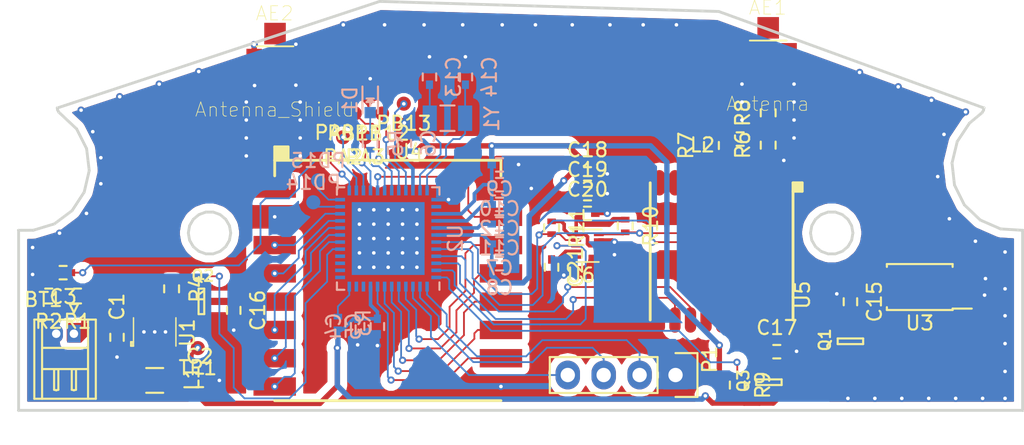
<source format=kicad_pcb>
(kicad_pcb (version 4) (host pcbnew 4.0.5+dfsg1-4)
  (layers (0 F.Cu signal) (31 B.Cu signal) (34 B.Paste user) (35 F.Paste user) (36 B.SilkS user hide) (37 F.SilkS user hide) (38 B.Mask user) (39 F.Mask user) (44 Edge.Cuts user))
  (net 0 "")
  (net 1 "Net-(AE1-Pad1)")
  (net 2 GND)
  (net 3 /RF_LORA)
  (net 4 /V_IN)
  (net 5 +3V3)
  (net 6 /ADC_VIN)
  (net 7 /LFXTAL_N)
  (net 8 /LFXTAL_P)
  (net 9 "Net-(C15-Pad2)")
  (net 10 /VCC_LORA)
  (net 11 /VCC_GPS)
  (net 12 "Net-(C21-Pad1)")
  (net 13 "Net-(D1-Pad2)")
  (net 14 "Net-(L1-Pad1)")
  (net 15 "Net-(L2-Pad1)")
  (net 16 "Net-(L2-Pad2)")
  (net 17 /SWCLK)
  (net 18 /SWDIO)
  (net 19 /SWO)
  (net 20 "Net-(PB11-Pad1)")
  (net 21 "Net-(PB12-Pad1)")
  (net 22 "Net-(PB13-Pad1)")
  (net 23 /LORA_EN)
  (net 24 /GPS_EN)
  (net 25 /RESET)
  (net 26 /LED1)
  (net 27 "Net-(R6-Pad1)")
  (net 28 "Net-(R7-Pad1)")
  (net 29 /SDA)
  (net 30 /SCL)
  (net 31 "Net-(U1-Pad6)")
  (net 32 "Net-(U1-Pad7)")
  (net 33 /LORA_NSS)
  (net 34 /LORA_SCK)
  (net 35 /LORA_MOSI)
  (net 36 /LORA_MISO)
  (net 37 "Net-(U2-Pad10)")
  (net 38 "Net-(U2-Pad11)")
  (net 39 "Net-(U2-Pad13)")
  (net 40 "Net-(U2-Pad14)")
  (net 41 "Net-(U2-Pad15)")
  (net 42 "Net-(U2-Pad16)")
  (net 43 /LORA_RST)
  (net 44 /LORA_DIO0)
  (net 45 /LORA_DIO1)
  (net 46 /LORA_DIO2)
  (net 47 /LORA_DIO3)
  (net 48 /LORA_DIO4)
  (net 49 /GPS_RXD)
  (net 50 /GPS_TXD)
  (net 51 /LORA_DIO5)
  (net 52 "Net-(U2-Pad38)")
  (net 53 /WK)
  (net 54 "Net-(U5-Pad13)")
  (net 55 "Net-(U5-Pad15)")
  (net 56 "Net-(U5-Pad16)")
  (net 57 "Net-(U5-Pad17)")
  (net 58 "Net-(U5-Pad18)")
  (net 59 "Net-(U5-Pad4)")
  (net 60 "Net-(U5-Pad5)")
  (net 61 "Net-(U5-Pad6)")
  (net 62 "Net-(U5-Pad7)")
  (net 63 "Net-(U5-Pad9)")
  (net 64 "Net-(U6-Pad5)")
  (net 65 /DECOUPLE)
  (net 66 "Net-(PD14-Pad1)")
  (net 67 "Net-(PD15-Pad1)")
  (net 68 "Net-(PA2-Pad1)")
  (net 69 "Net-(PA3-Pad1)")
  (net 70 "Net-(PA0-Pad1)")
  (module VIET_KICAD_FB_Lib:Via_D10C20 (layer F.Cu) (at 127.508 110.236)
    (fp_text reference REF** hide)
    (fp_text value Via_D10C20 hide)
    (pad 1 thru_hole circle (at 0 0) (size 0.508 0.508) (drill 0.254) (layers *.Cu *.Mask) (net 2 GND))
  )
  (module VIET_KICAD_FB_Lib:Via_D10C20 (layer F.Cu) (at 128.27 110.236)
    (fp_text reference REF** hide)
    (fp_text value Via_D10C20 hide)
    (pad 1 thru_hole circle (at 0 0) (size 0.508 0.508) (drill 0.254) (layers *.Cu *.Mask) (net 2 GND))
  )
  (module VIET_KICAD_FB_Lib:Via_D10C20 (layer F.Cu) (at 143.764 88.519)
    (fp_text reference REF** hide)
    (fp_text value Via_D10C20 hide)
    (pad 1 thru_hole circle (at 0 0) (size 0.508 0.508) (drill 0.254) (layers *.Cu *.Mask) (net 2 GND))
  )
  (module VIET_KICAD_FB_Lib:Via_D10C20 (layer F.Cu) (at 146.558 88.519)
    (fp_text reference REF** hide)
    (fp_text value Via_D10C20 hide)
    (pad 1 thru_hole circle (at 0 0) (size 0.508 0.508) (drill 0.254) (layers *.Cu *.Mask) (net 2 GND))
  )
  (module VIET_KICAD_FB_Lib:Via_D10C20 (layer F.Cu) (at 149.2885 88.519)
    (fp_text reference REF** hide)
    (fp_text value Via_D10C20 hide)
    (pad 1 thru_hole circle (at 0 0) (size 0.508 0.508) (drill 0.254) (layers *.Cu *.Mask) (net 2 GND))
  )
  (module VIET_KICAD_FB_Lib:Via_D10C20 (layer F.Cu) (at 152.0825 88.519)
    (fp_text reference REF** hide)
    (fp_text value Via_D10C20 hide)
    (pad 1 thru_hole circle (at 0 0) (size 0.508 0.508) (drill 0.254) (layers *.Cu *.Mask) (net 2 GND))
  )
  (module VIET_KICAD_FB_Lib:Via_D10C20 (layer F.Cu) (at 140.843 88.519)
    (fp_text reference REF** hide)
    (fp_text value Via_D10C20 hide)
    (pad 1 thru_hole circle (at 0 0) (size 0.508 0.508) (drill 0.254) (layers *.Cu *.Mask) (net 2 GND))
  )
  (module VIET_KICAD_FB_Lib:Via_D10C20 (layer F.Cu) (at 125.0315 93.599)
    (fp_text reference REF** hide)
    (fp_text value Via_D10C20 hide)
    (pad 1 thru_hole circle (at 0 0) (size 0.508 0.508) (drill 0.254) (layers *.Cu *.Mask) (net 2 GND))
  )
  (module VIET_KICAD_FB_Lib:Via_D10C20 (layer F.Cu) (at 130.6195 91.821)
    (fp_text reference REF** hide)
    (fp_text value Via_D10C20 hide)
    (pad 1 thru_hole circle (at 0 0) (size 0.508 0.508) (drill 0.254) (layers *.Cu *.Mask) (net 2 GND))
  )
  (module VIET_KICAD_FB_Lib:Via_D10C20 (layer F.Cu) (at 127.8255 92.71)
    (fp_text reference REF** hide)
    (fp_text value Via_D10C20 hide)
    (pad 1 thru_hole circle (at 0 0) (size 0.508 0.508) (drill 0.254) (layers *.Cu *.Mask) (net 2 GND))
  )
  (module VIET_KICAD_FB_Lib:Via_D10C20 (layer F.Cu) (at 118.872 104.267)
    (fp_text reference REF** hide)
    (fp_text value Via_D10C20 hide)
    (pad 1 thru_hole circle (at 0 0) (size 0.508 0.508) (drill 0.254) (layers *.Cu *.Mask) (net 2 GND))
  )
  (module VIET_KICAD_FB_Lib:Via_D10C20 (layer F.Cu) (at 120.777 103.251)
    (fp_text reference REF** hide)
    (fp_text value Via_D10C20 hide)
    (pad 1 thru_hole circle (at 0 0) (size 0.508 0.508) (drill 0.254) (layers *.Cu *.Mask) (net 2 GND))
  )
  (module VIET_KICAD_FB_Lib:Via_D10C20 (layer F.Cu) (at 122.682 101.854)
    (fp_text reference REF** hide)
    (fp_text value Via_D10C20 hide)
    (pad 1 thru_hole circle (at 0 0) (size 0.508 0.508) (drill 0.254) (layers *.Cu *.Mask) (net 2 GND))
  )
  (module VIET_KICAD_FB_Lib:Via_D10C20 (layer F.Cu) (at 123.698 99.7585)
    (fp_text reference REF** hide)
    (fp_text value Via_D10C20 hide)
    (pad 1 thru_hole circle (at 0 0) (size 0.508 0.508) (drill 0.254) (layers *.Cu *.Mask) (net 2 GND))
  )
  (module VIET_KICAD_FB_Lib:Via_D10C20 (layer F.Cu) (at 126.746 110.236)
    (fp_text reference REF** hide)
    (fp_text value Via_D10C20 hide)
    (pad 1 thru_hole circle (at 0 0) (size 0.508 0.508) (drill 0.254) (layers *.Cu *.Mask) (net 2 GND))
  )
  (module VIET_KICAD_FB_Lib:Via_D10C20 (layer F.Cu) (at 118.872 106.172)
    (fp_text reference REF** hide)
    (fp_text value Via_D10C20 hide)
    (pad 1 thru_hole circle (at 0 0) (size 0.508 0.508) (drill 0.254) (layers *.Cu *.Mask) (net 2 GND))
  )
  (module VIET_KICAD_FB_Lib:Via_D10C20 (layer F.Cu) (at 185.547 103.8225)
    (fp_text reference REF** hide)
    (fp_text value Via_D10C20 hide)
    (pad 1 thru_hole circle (at 0 0) (size 0.508 0.508) (drill 0.254) (layers *.Cu *.Mask) (net 2 GND))
  )
  (module VIET_KICAD_FB_Lib:Via_D10C20 (layer F.Cu) (at 183.7055 102.235)
    (fp_text reference REF** hide)
    (fp_text value Via_D10C20 hide)
    (pad 1 thru_hole circle (at 0 0) (size 0.508 0.508) (drill 0.254) (layers *.Cu *.Mask) (net 2 GND))
  )
  (module VIET_KICAD_FB_Lib:Via_D10C20 (layer F.Cu) (at 182.88 99.2505)
    (fp_text reference REF** hide)
    (fp_text value Via_D10C20 hide)
    (pad 1 thru_hole circle (at 0 0) (size 0.508 0.508) (drill 0.254) (layers *.Cu *.Mask) (net 2 GND))
  )
  (module VIET_KICAD_FB_Lib:Via_D10C20 (layer F.Cu) (at 183.3245 96.266)
    (fp_text reference REF** hide)
    (fp_text value Via_D10C20 hide)
    (pad 1 thru_hole circle (at 0 0) (size 0.508 0.508) (drill 0.254) (layers *.Cu *.Mask) (net 2 GND))
  )
  (module VIET_KICAD_FB_Lib:Via_D10C20 (layer F.Cu) (at 177.3555 91.8845)
    (fp_text reference REF** hide)
    (fp_text value Via_D10C20 hide)
    (pad 1 thru_hole circle (at 0 0) (size 0.508 0.508) (drill 0.254) (layers *.Cu *.Mask) (net 2 GND))
  )
  (module VIET_KICAD_FB_Lib:Via_D10C20 (layer F.Cu) (at 180.086 92.9005)
    (fp_text reference REF** hide)
    (fp_text value Via_D10C20 hide)
    (pad 1 thru_hole circle (at 0 0) (size 0.508 0.508) (drill 0.254) (layers *.Cu *.Mask) (net 2 GND))
  )
  (module VIET_KICAD_FB_Lib:Via_D10C20 (layer F.Cu) (at 182.4355 93.853)
    (fp_text reference REF** hide)
    (fp_text value Via_D10C20 hide)
    (pad 1 thru_hole circle (at 0 0) (size 0.508 0.508) (drill 0.254) (layers *.Cu *.Mask) (net 2 GND))
  )
  (module VIET_KICAD_FB_Lib:Via_D10C20 (layer F.Cu) (at 184.8485 94.6785)
    (fp_text reference REF** hide)
    (fp_text value Via_D10C20 hide)
    (pad 1 thru_hole circle (at 0 0) (size 0.508 0.508) (drill 0.254) (layers *.Cu *.Mask) (net 2 GND))
  )
  (module VIET_KICAD_FB_Lib:Via_D10C20 (layer F.Cu) (at 157.0355 88.519)
    (fp_text reference REF** hide)
    (fp_text value Via_D10C20 hide)
    (pad 1 thru_hole circle (at 0 0) (size 0.508 0.508) (drill 0.254) (layers *.Cu *.Mask) (net 2 GND))
  )
  (module VIET_KICAD_FB_Lib:Via_D10C20 (layer F.Cu) (at 159.7025 88.519)
    (fp_text reference REF** hide)
    (fp_text value Via_D10C20 hide)
    (pad 1 thru_hole circle (at 0 0) (size 0.508 0.508) (drill 0.254) (layers *.Cu *.Mask) (net 2 GND))
  )
  (module VIET_KICAD_FB_Lib:Via_D10C20 (layer F.Cu) (at 123.1265 96.0755)
    (fp_text reference REF** hide)
    (fp_text value Via_D10C20 hide)
    (pad 1 thru_hole circle (at 0 0) (size 0.508 0.508) (drill 0.254) (layers *.Cu *.Mask) (net 2 GND))
  )
  (module VIET_KICAD_FB_Lib:Via_D10C20 (layer F.Cu) (at 122.301 94.5515)
    (fp_text reference REF** hide)
    (fp_text value Via_D10C20 hide)
    (pad 1 thru_hole circle (at 0 0) (size 0.508 0.508) (drill 0.254) (layers *.Cu *.Mask) (net 2 GND))
  )
  (module VIET_KICAD_FB_Lib:Via_D10C20 (layer F.Cu) (at 123.698 97.917)
    (fp_text reference REF** hide)
    (fp_text value Via_D10C20 hide)
    (pad 1 thru_hole circle (at 0 0) (size 0.508 0.508) (drill 0.254) (layers *.Cu *.Mask) (net 2 GND))
  )
  (module VIET_KICAD_FB_Lib:Via_D10C20 (layer F.Cu) (at 154.432 88.519)
    (fp_text reference REF** hide)
    (fp_text value Via_D10C20 hide)
    (pad 1 thru_hole circle (at 0 0) (size 0.508 0.508) (drill 0.254) (layers *.Cu *.Mask) (net 2 GND))
  )
  (module VIET_KICAD_FB_Lib:Via_D10C20 (layer F.Cu) (at 162.052 88.519)
    (fp_text reference REF** hide)
    (fp_text value Via_D10C20 hide)
    (pad 1 thru_hole circle (at 0 0) (size 0.508 0.508) (drill 0.254) (layers *.Cu *.Mask) (net 2 GND))
  )
  (module VIET_KICAD_FB_Lib:Via_D10C20 (layer F.Cu) (at 178.435 114.935)
    (fp_text reference REF** hide)
    (fp_text value Via_D10C20 hide)
    (pad 1 thru_hole circle (at 0 0) (size 0.508 0.508) (drill 0.254) (layers *.Cu *.Mask) (net 2 GND))
  )
  (module VIET_KICAD_FB_Lib:Via_D10C20 (layer F.Cu) (at 169.037 92.71)
    (fp_text reference REF** hide)
    (fp_text value Via_D10C20 hide)
    (pad 1 thru_hole circle (at 0 0) (size 0.508 0.508) (drill 0.254) (layers *.Cu *.Mask) (net 2 GND))
  )
  (module VIET_KICAD_FB_Lib:Via_D10C20 (layer F.Cu) (at 172.72 92.71)
    (fp_text reference REF** hide)
    (fp_text value Via_D10C20 hide)
    (pad 1 thru_hole circle (at 0 0) (size 0.508 0.508) (drill 0.254) (layers *.Cu *.Mask) (net 2 GND))
  )
  (module VIET_KICAD_FB_Lib:Via_D10C20 (layer F.Cu) (at 169.037 93.98)
    (fp_text reference REF** hide)
    (fp_text value Via_D10C20 hide)
    (pad 1 thru_hole circle (at 0 0) (size 0.508 0.508) (drill 0.254) (layers *.Cu *.Mask) (net 2 GND))
  )
  (module VIET_KICAD_FB_Lib:Via_D10C20 (layer F.Cu) (at 184.15 114.935)
    (fp_text reference REF** hide)
    (fp_text value Via_D10C20 hide)
    (pad 1 thru_hole circle (at 0 0) (size 0.508 0.508) (drill 0.254) (layers *.Cu *.Mask) (net 2 GND))
  )
  (module VIET_KICAD_FB_Lib:Via_D10C20 (layer F.Cu) (at 182.245 114.935)
    (fp_text reference REF** hide)
    (fp_text value Via_D10C20 hide)
    (pad 1 thru_hole circle (at 0 0) (size 0.508 0.508) (drill 0.254) (layers *.Cu *.Mask) (net 2 GND))
  )
  (module VIET_KICAD_FB_Lib:Via_D10C20 (layer F.Cu) (at 180.34 114.935)
    (fp_text reference REF** hide)
    (fp_text value Via_D10C20 hide)
    (pad 1 thru_hole circle (at 0 0) (size 0.508 0.508) (drill 0.254) (layers *.Cu *.Mask) (net 2 GND))
  )
  (module VIET_KICAD_FB_Lib:Via_D10C20 (layer F.Cu) (at 176.53 114.935)
    (fp_text reference REF** hide)
    (fp_text value Via_D10C20 hide)
    (pad 1 thru_hole circle (at 0 0) (size 0.508 0.508) (drill 0.254) (layers *.Cu *.Mask) (net 2 GND))
  )
  (module VIET_KICAD_FB_Lib:Via_D10C20 (layer F.Cu) (at 186.055 114.935)
    (fp_text reference REF** hide)
    (fp_text value Via_D10C20 hide)
    (pad 1 thru_hole circle (at 0 0) (size 0.508 0.508) (drill 0.254) (layers *.Cu *.Mask) (net 2 GND))
  )
  (module VIET_KICAD_FB_Lib:Via_D10C20 (layer F.Cu) (at 187.6425 114.935)
    (fp_text reference REF** hide)
    (fp_text value Via_D10C20 hide)
    (pad 1 thru_hole circle (at 0 0) (size 0.508 0.508) (drill 0.254) (layers *.Cu *.Mask) (net 2 GND))
  )
  (module VIET_KICAD_FB_Lib:Via_D10C20 (layer F.Cu) (at 187.6425 113.03)
    (fp_text reference REF** hide)
    (fp_text value Via_D10C20 hide)
    (pad 1 thru_hole circle (at 0 0) (size 0.508 0.508) (drill 0.254) (layers *.Cu *.Mask) (net 2 GND))
  )
  (module VIET_KICAD_FB_Lib:Via_D10C20 (layer F.Cu) (at 187.6425 111.0615)
    (fp_text reference REF** hide)
    (fp_text value Via_D10C20 hide)
    (pad 1 thru_hole circle (at 0 0) (size 0.508 0.508) (drill 0.254) (layers *.Cu *.Mask) (net 2 GND))
  )
  (module VIET_KICAD_FB_Lib:Via_D10C20 (layer F.Cu) (at 187.6425 104.5845)
    (fp_text reference REF** hide)
    (fp_text value Via_D10C20 hide)
    (pad 1 thru_hole circle (at 0 0) (size 0.508 0.508) (drill 0.254) (layers *.Cu *.Mask) (net 2 GND))
  )
  (module VIET_KICAD_FB_Lib:Via_D10C20 (layer F.Cu) (at 164.4015 88.519)
    (fp_text reference REF** hide)
    (fp_text value Via_D10C20 hide)
    (pad 1 thru_hole circle (at 0 0) (size 0.508 0.508) (drill 0.254) (layers *.Cu *.Mask) (net 2 GND))
  )
  (module VIET_KICAD_FB_Lib:Via_D10C20 (layer F.Cu) (at 187.6425 107.188)
    (fp_text reference REF** hide)
    (fp_text value Via_D10C20 hide)
    (pad 1 thru_hole circle (at 0 0) (size 0.508 0.508) (drill 0.254) (layers *.Cu *.Mask) (net 2 GND))
  )
  (module VIET_KICAD_FB_Lib:Via_D10C20 (layer F.Cu) (at 146.05 105.664)
    (fp_text reference REF** hide)
    (fp_text value Via_D10C20 hide)
    (pad 1 thru_hole circle (at 0 0) (size 0.508 0.508) (drill 0.254) (layers *.Cu *.Mask) (net 2 GND))
  )
  (module VIET_KICAD_FB_Lib:Via_D10C20 (layer F.Cu) (at 137.795 96.52)
    (fp_text reference REF** hide)
    (fp_text value Via_D10C20 hide)
    (pad 1 thru_hole circle (at 0 0) (size 0.508 0.508) (drill 0.254) (layers *.Cu *.Mask) (net 2 GND))
  )
  (module VIET_KICAD_FB_Lib:Via_D10C20 (layer F.Cu) (at 172.72 95.25)
    (fp_text reference REF** hide)
    (fp_text value Via_D10C20 hide)
    (pad 1 thru_hole circle (at 0 0) (size 0.508 0.508) (drill 0.254) (layers *.Cu *.Mask) (net 2 GND))
  )
  (module VIET_KICAD_FB_Lib:Via_D10C20 (layer F.Cu) (at 133.985 97.79)
    (fp_text reference REF** hide)
    (fp_text value Via_D10C20 hide)
    (pad 1 thru_hole circle (at 0 0) (size 0.508 0.508) (drill 0.254) (layers *.Cu *.Mask) (net 2 GND))
  )
  (module VIET_KICAD_FB_Lib:Via_D10C20 (layer F.Cu) (at 145.034 101.6)
    (fp_text reference REF** hide)
    (fp_text value Via_D10C20 hide)
    (pad 1 thru_hole circle (at 0 0) (size 0.508 0.508) (drill 0.254) (layers *.Cu *.Mask) (net 2 GND))
  )
  (module VIET_KICAD_FB_Lib:Via_D10C20 (layer F.Cu) (at 172.72 96.52)
    (fp_text reference REF** hide)
    (fp_text value Via_D10C20 hide)
    (pad 1 thru_hole circle (at 0 0) (size 0.508 0.508) (drill 0.254) (layers *.Cu *.Mask) (net 2 GND))
  )
  (module VIET_KICAD_FB_Lib:Via_D10C20 (layer F.Cu) (at 169.037 95.25)
    (fp_text reference REF** hide)
    (fp_text value Via_D10C20 hide)
    (pad 1 thru_hole circle (at 0 0) (size 0.508 0.508) (drill 0.254) (layers *.Cu *.Mask) (net 2 GND))
  )
  (module VIET_KICAD_FB_Lib:Via_D10C20 (layer F.Cu) (at 133.985 95.25)
    (fp_text reference REF** hide)
    (fp_text value Via_D10C20 hide)
    (pad 1 thru_hole circle (at 0 0) (size 0.508 0.508) (drill 0.254) (layers *.Cu *.Mask) (net 2 GND))
  )
  (module VIET_KICAD_FB_Lib:Via_D10C20 (layer F.Cu) (at 137.795 95.25)
    (fp_text reference REF** hide)
    (fp_text value Via_D10C20 hide)
    (pad 1 thru_hole circle (at 0 0) (size 0.508 0.508) (drill 0.254) (layers *.Cu *.Mask) (net 2 GND))
  )
  (module VIET_KICAD_FB_Lib:Via_D10C20 (layer F.Cu) (at 187.6425 109.093)
    (fp_text reference REF** hide)
    (fp_text value Via_D10C20 hide)
    (pad 1 thru_hole circle (at 0 0) (size 0.508 0.508) (drill 0.254) (layers *.Cu *.Mask) (net 2 GND))
  )
  (module VIET_KICAD_FB_Lib:Via_D10C20 (layer F.Cu) (at 133.985 96.52)
    (fp_text reference REF** hide)
    (fp_text value Via_D10C20 hide)
    (pad 1 thru_hole circle (at 0 0) (size 0.508 0.508) (drill 0.254) (layers *.Cu *.Mask) (net 2 GND))
  )
  (module VIET_KICAD_FB_Lib:Via_D10C20 (layer F.Cu) (at 133.985 93.98)
    (fp_text reference REF** hide)
    (fp_text value Via_D10C20 hide)
    (pad 1 thru_hole circle (at 0 0) (size 0.508 0.508) (drill 0.254) (layers *.Cu *.Mask) (net 2 GND))
  )
  (module VIET_KICAD_FB_Lib:Via_D10C20 (layer F.Cu) (at 172.72 93.98)
    (fp_text reference REF** hide)
    (fp_text value Via_D10C20 hide)
    (pad 1 thru_hole circle (at 0 0) (size 0.508 0.508) (drill 0.254) (layers *.Cu *.Mask) (net 2 GND))
  )
  (module VIET_KICAD_FB_Lib:Via_D10C20 (layer F.Cu) (at 143.002 102.616)
    (fp_text reference REF** hide)
    (fp_text value Via_D10C20 hide)
    (pad 1 thru_hole circle (at 0 0) (size 0.508 0.508) (drill 0.254) (layers *.Cu *.Mask) (net 2 GND))
  )
  (module VIET_KICAD_FB_Lib:Via_D10C20 (layer F.Cu) (at 146.05 102.616)
    (fp_text reference REF** hide)
    (fp_text value Via_D10C20 hide)
    (pad 1 thru_hole circle (at 0 0) (size 0.508 0.508) (drill 0.254) (layers *.Cu *.Mask) (net 2 GND))
  )
  (module VIET_KICAD_FB_Lib:Via_D10C20 (layer F.Cu) (at 145.034 102.616)
    (fp_text reference REF** hide)
    (fp_text value Via_D10C20 hide)
    (pad 1 thru_hole circle (at 0 0) (size 0.508 0.508) (drill 0.254) (layers *.Cu *.Mask) (net 2 GND))
  )
  (module VIET_KICAD_FB_Lib:Via_D10C20 (layer F.Cu) (at 141.986 103.632)
    (fp_text reference REF** hide)
    (fp_text value Via_D10C20 hide)
    (pad 1 thru_hole circle (at 0 0) (size 0.508 0.508) (drill 0.254) (layers *.Cu *.Mask) (net 2 GND))
  )
  (module VIET_KICAD_FB_Lib:Via_D10C20 (layer F.Cu) (at 143.002 103.632)
    (fp_text reference REF** hide)
    (fp_text value Via_D10C20 hide)
    (pad 1 thru_hole circle (at 0 0) (size 0.508 0.508) (drill 0.254) (layers *.Cu *.Mask) (net 2 GND))
  )
  (module VIET_KICAD_FB_Lib:Via_D10C20 (layer F.Cu) (at 144.018 102.616)
    (fp_text reference REF** hide)
    (fp_text value Via_D10C20 hide)
    (pad 1 thru_hole circle (at 0 0) (size 0.508 0.508) (drill 0.254) (layers *.Cu *.Mask) (net 2 GND))
  )
  (module VIET_KICAD_FB_Lib:Via_D10C20 (layer F.Cu) (at 146.05 103.632)
    (fp_text reference REF** hide)
    (fp_text value Via_D10C20 hide)
    (pad 1 thru_hole circle (at 0 0) (size 0.508 0.508) (drill 0.254) (layers *.Cu *.Mask) (net 2 GND))
  )
  (module VIET_KICAD_FB_Lib:Via_D10C20 (layer F.Cu) (at 145.034 103.632)
    (fp_text reference REF** hide)
    (fp_text value Via_D10C20 hide)
    (pad 1 thru_hole circle (at 0 0) (size 0.508 0.508) (drill 0.254) (layers *.Cu *.Mask) (net 2 GND))
  )
  (module VIET_KICAD_FB_Lib:Via_D10C20 (layer F.Cu) (at 144.018 103.632)
    (fp_text reference REF** hide)
    (fp_text value Via_D10C20 hide)
    (pad 1 thru_hole circle (at 0 0) (size 0.508 0.508) (drill 0.254) (layers *.Cu *.Mask) (net 2 GND))
  )
  (module VIET_KICAD_FB_Lib:Via_D10C20 (layer F.Cu) (at 141.986 104.648)
    (fp_text reference REF** hide)
    (fp_text value Via_D10C20 hide)
    (pad 1 thru_hole circle (at 0 0) (size 0.508 0.508) (drill 0.254) (layers *.Cu *.Mask) (net 2 GND))
  )
  (module VIET_KICAD_FB_Lib:Via_D10C20 (layer F.Cu) (at 143.002 105.664)
    (fp_text reference REF** hide)
    (fp_text value Via_D10C20 hide)
    (pad 1 thru_hole circle (at 0 0) (size 0.508 0.508) (drill 0.254) (layers *.Cu *.Mask) (net 2 GND))
  )
  (module VIET_KICAD_FB_Lib:Via_D10C20 (layer F.Cu) (at 143.002 104.648)
    (fp_text reference REF** hide)
    (fp_text value Via_D10C20 hide)
    (pad 1 thru_hole circle (at 0 0) (size 0.508 0.508) (drill 0.254) (layers *.Cu *.Mask) (net 2 GND))
  )
  (module VIET_KICAD_FB_Lib:Via_D10C20 (layer F.Cu) (at 144.018 104.648)
    (fp_text reference REF** hide)
    (fp_text value Via_D10C20 hide)
    (pad 1 thru_hole circle (at 0 0) (size 0.508 0.508) (drill 0.254) (layers *.Cu *.Mask) (net 2 GND))
  )
  (module VIET_KICAD_FB_Lib:Via_D10C20 (layer F.Cu) (at 141.986 105.664)
    (fp_text reference REF** hide)
    (fp_text value Via_D10C20 hide)
    (pad 1 thru_hole circle (at 0 0) (size 0.508 0.508) (drill 0.254) (layers *.Cu *.Mask) (net 2 GND))
  )
  (module VIET_KICAD_FB_Lib:Via_D10C20 (layer F.Cu) (at 145.034 104.648)
    (fp_text reference REF** hide)
    (fp_text value Via_D10C20 hide)
    (pad 1 thru_hole circle (at 0 0) (size 0.508 0.508) (drill 0.254) (layers *.Cu *.Mask) (net 2 GND))
  )
  (module VIET_KICAD_FB_Lib:Via_D10C20 (layer F.Cu) (at 144.018 105.664)
    (fp_text reference REF** hide)
    (fp_text value Via_D10C20 hide)
    (pad 1 thru_hole circle (at 0 0) (size 0.508 0.508) (drill 0.254) (layers *.Cu *.Mask) (net 2 GND))
  )
  (module VIET_KICAD_FB_Lib:Via_D10C20 (layer F.Cu) (at 146.05 104.648)
    (fp_text reference REF** hide)
    (fp_text value Via_D10C20 hide)
    (pad 1 thru_hole circle (at 0 0) (size 0.508 0.508) (drill 0.254) (layers *.Cu *.Mask) (net 2 GND))
  )
  (module VIET_KICAD_FB_Lib:Via_D10C20 (layer F.Cu) (at 145.034 105.664)
    (fp_text reference REF** hide)
    (fp_text value Via_D10C20 hide)
    (pad 1 thru_hole circle (at 0 0) (size 0.508 0.508) (drill 0.254) (layers *.Cu *.Mask) (net 2 GND))
  )
  (module VIET_KICAD_FB_Lib:Via_D10C20 (layer F.Cu) (at 137.795 93.98)
    (fp_text reference REF** hide)
    (fp_text value Via_D10C20 hide)
    (pad 1 thru_hole circle (at 0 0) (size 0.508 0.508) (drill 0.254) (layers *.Cu *.Mask) (net 2 GND))
  )
  (module VIET_KICAD_FB_Lib:Via_D10C20 (layer F.Cu) (at 141.986 101.6)
    (fp_text reference REF** hide)
    (fp_text value Via_D10C20 hide)
    (pad 1 thru_hole circle (at 0 0) (size 0.508 0.508) (drill 0.254) (layers *.Cu *.Mask) (net 2 GND))
  )
  (module VIET_KICAD_FB_Lib:Via_D10C20 (layer F.Cu) (at 141.986 102.616)
    (fp_text reference REF** hide)
    (fp_text value Via_D10C20 hide)
    (pad 1 thru_hole circle (at 0 0) (size 0.508 0.508) (drill 0.254) (layers *.Cu *.Mask) (net 2 GND))
  )
  (module VIET_KICAD_FB_Lib:Via_D10C20 (layer F.Cu) (at 144.018 101.6)
    (fp_text reference REF** hide)
    (fp_text value Via_D10C20 hide)
    (pad 1 thru_hole circle (at 0 0) (size 0.508 0.508) (drill 0.254) (layers *.Cu *.Mask) (net 2 GND))
  )
  (module VIET_KICAD_FB_Lib:Via_D10C20 (layer F.Cu) (at 146.05 101.6)
    (fp_text reference REF** hide)
    (fp_text value Via_D10C20 hide)
    (pad 1 thru_hole circle (at 0 0) (size 0.508 0.508) (drill 0.254) (layers *.Cu *.Mask) (net 2 GND))
  )
  (module VIET_KICAD_FB_Lib:Via_D10C20 (layer F.Cu) (at 143.002 101.6)
    (fp_text reference REF** hide)
    (fp_text value Via_D10C20 hide)
    (pad 1 thru_hole circle (at 0 0) (size 0.508 0.508) (drill 0.254) (layers *.Cu *.Mask) (net 2 GND))
  )
  (module LIB:IPEX_Connector (layer F.Cu) (at 170.8912 90.932)
    (fp_text reference AE1 (at -0.03 -3.63 180) (layer F.SilkS) (effects (font (size 1.00268 1.00268) (thickness 0.05))))
    (fp_text value Antenna (at -0.025284 3.17439) (layer F.SilkS) (effects (font (size 1.00289 1.00289) (thickness 0.05))))
    (pad 2 smd rect (at -1.475 0) (size 1.1 2.25) (layers F.Cu F.Paste F.Mask))
    (pad 2 smd rect (at 1.475 0) (size 1.1 2.25) (layers F.Cu F.Paste F.Mask))
    (pad 1 smd rect (at 0 1.55) (size 1.05 1.1) (layers F.Cu F.Paste F.Mask) (net 1 "Net-(AE1-Pad1)"))
    (pad 2 smd rect (at 0 -2.2) (size 1.524 1.524) (layers F.Cu F.Paste F.Mask))
  )
  (module LIB:IPEX_Connector (layer F.Cu) (at 136.017 91.3384)
    (fp_text reference AE2 (at -0.03 -3.63 180) (layer F.SilkS) (effects (font (size 1.00268 1.00268) (thickness 0.05))))
    (fp_text value Antenna_Shield (at -0.025284 3.17439) (layer F.SilkS) (effects (font (size 1.00289 1.00289) (thickness 0.05))))
    (pad 2 smd rect (at -1.475 0) (size 1.1 2.25) (layers F.Cu F.Paste F.Mask) (net 2 GND))
    (pad 2 smd rect (at 1.475 0) (size 1.1 2.25) (layers F.Cu F.Paste F.Mask) (net 2 GND))
    (pad 1 smd rect (at 0 1.55) (size 1.05 1.1) (layers F.Cu F.Paste F.Mask) (net 3 /RF_LORA))
    (pad 2 smd rect (at 0 -2.2) (size 1.524 1.524) (layers F.Cu F.Paste F.Mask))
  )
  (module LIB:Hirose_DF13-02P-1.25DS_02x1.25mm_Angled (layer F.Cu) (at 121.793 110.363 180)
    (fp_text reference BT1 (at 2.159 2.413 360) (layer F.SilkS))
    (fp_text value Battery_Cell)
    (pad 1 thru_hole rect (at 0 0 180) (size 0.95 1.25) (drill 0.6) (layers *.Cu *.Mask) (net 4 /V_IN))
    (pad 2 thru_hole oval (at 1.25 0 180) (size 0.95 1.25) (drill 0.6) (layers *.Cu *.Mask) (net 2 GND))
  )
  (module Capacitors_SMD:C_0402 (layer F.Cu) (at 124.841 110.617 270)
    (fp_text reference C1 (at -2.159 0 270) (layer F.SilkS))
    (fp_text value 10uF)
    (pad 1 smd rect (at -0.55 0 270) (size 0.6 0.5) (layers F.Cu F.Paste F.Mask) (net 4 /V_IN))
    (pad 2 smd rect (at 0.55 0 270) (size 0.6 0.5) (layers F.Cu F.Paste F.Mask) (net 2 GND))
  )
  (module Capacitors_SMD:C_0402 (layer F.Cu) (at 130.683 113.665)
    (fp_text reference C2 (at 0 -1.7) (layer F.SilkS))
    (fp_text value 10uF)
    (pad 1 smd rect (at -0.55 0) (size 0.6 0.5) (layers F.Cu F.Paste F.Mask) (net 5 +3V3))
    (pad 2 smd rect (at 0.55 0) (size 0.6 0.5) (layers F.Cu F.Paste F.Mask) (net 2 GND))
  )
  (module Capacitors_SMD:C_0402 (layer F.Cu) (at 121.031 106.045 180)
    (fp_text reference C3 (at 0 -1.7 180) (layer F.SilkS))
    (fp_text value 104)
    (pad 1 smd rect (at -0.55 0 180) (size 0.6 0.5) (layers F.Cu F.Paste F.Mask) (net 6 /ADC_VIN))
    (pad 2 smd rect (at 0.55 0 180) (size 0.6 0.5) (layers F.Cu F.Paste F.Mask) (net 2 GND))
  )
  (module Capacitors_SMD:C_0402 (layer B.Cu) (at 141.859 109.855 270)
    (fp_text reference C4 (at 0 1.7 270) (layer B.SilkS) (effects (justify mirror)))
    (fp_text value 10uF)
    (pad 1 smd rect (at -0.55 0 270) (size 0.6 0.5) (layers B.Cu B.Paste B.Mask) (net 5 +3V3))
    (pad 2 smd rect (at 0.55 0 270) (size 0.6 0.5) (layers B.Cu B.Paste B.Mask) (net 2 GND))
  )
  (module Capacitors_SMD:C_0402 (layer B.Cu) (at 143.256 109.855 270)
    (fp_text reference C5 (at 0 1.7 270) (layer B.SilkS) (effects (justify mirror)))
    (fp_text value 10uF)
    (pad 1 smd rect (at -0.55 0 270) (size 0.6 0.5) (layers B.Cu B.Paste B.Mask) (net 5 +3V3))
    (pad 2 smd rect (at 0.55 0 270) (size 0.6 0.5) (layers B.Cu B.Paste B.Mask) (net 2 GND))
  )
  (module Capacitors_SMD:C_0402 (layer B.Cu) (at 145.161 96.901 90)
    (fp_text reference C6 (at 0 1.7 90) (layer B.SilkS) (effects (justify mirror)))
    (fp_text value 10uF)
    (pad 1 smd rect (at -0.55 0 90) (size 0.6 0.5) (layers B.Cu B.Paste B.Mask) (net 5 +3V3))
    (pad 2 smd rect (at 0.55 0 90) (size 0.6 0.5) (layers B.Cu B.Paste B.Mask) (net 2 GND))
  )
  (module Capacitors_SMD:C_0402 (layer B.Cu) (at 151.892 104.013)
    (fp_text reference C7 (at 0 1.7) (layer B.SilkS) (effects (justify mirror)))
    (fp_text value 104)
    (pad 1 smd rect (at -0.55 0) (size 0.6 0.5) (layers B.Cu B.Paste B.Mask) (net 5 +3V3))
    (pad 2 smd rect (at 0.55 0) (size 0.6 0.5) (layers B.Cu B.Paste B.Mask) (net 2 GND))
  )
  (module Capacitors_SMD:C_0402 (layer B.Cu) (at 151.892 105.41)
    (fp_text reference C8 (at 0 1.7) (layer B.SilkS) (effects (justify mirror)))
    (fp_text value 10uF)
    (pad 1 smd rect (at -0.55 0) (size 0.6 0.5) (layers B.Cu B.Paste B.Mask) (net 5 +3V3))
    (pad 2 smd rect (at 0.55 0) (size 0.6 0.5) (layers B.Cu B.Paste B.Mask) (net 2 GND))
  )
  (module Capacitors_SMD:C_0402 (layer B.Cu) (at 151.892 98.425)
    (fp_text reference C9 (at 0 1.7) (layer B.SilkS) (effects (justify mirror)))
    (fp_text value 10uF)
    (pad 1 smd rect (at -0.55 0) (size 0.6 0.5) (layers B.Cu B.Paste B.Mask) (net 5 +3V3))
    (pad 2 smd rect (at 0.55 0) (size 0.6 0.5) (layers B.Cu B.Paste B.Mask) (net 2 GND))
  )
  (module Capacitors_SMD:C_0402 (layer B.Cu) (at 151.892 99.822)
    (fp_text reference C10 (at 0 1.7) (layer B.SilkS) (effects (justify mirror)))
    (fp_text value 104)
    (pad 1 smd rect (at -0.55 0) (size 0.6 0.5) (layers B.Cu B.Paste B.Mask) (net 5 +3V3))
    (pad 2 smd rect (at 0.55 0) (size 0.6 0.5) (layers B.Cu B.Paste B.Mask) (net 2 GND))
  )
  (module Capacitors_SMD:C_0402 (layer B.Cu) (at 151.892 102.6033)
    (fp_text reference C11 (at 0 1.7) (layer B.SilkS) (effects (justify mirror)))
    (fp_text value 1uF)
    (pad 1 smd rect (at -0.55 0) (size 0.6 0.5) (layers B.Cu B.Paste B.Mask) (net 65 /DECOUPLE))
    (pad 2 smd rect (at 0.55 0) (size 0.6 0.5) (layers B.Cu B.Paste B.Mask) (net 2 GND))
  )
  (module Capacitors_SMD:C_0402 (layer B.Cu) (at 151.892 101.219)
    (fp_text reference C12 (at 0 1.7) (layer B.SilkS) (effects (justify mirror)))
    (fp_text value 104)
    (pad 1 smd rect (at -0.55 0) (size 0.6 0.5) (layers B.Cu B.Paste B.Mask) (net 5 +3V3))
    (pad 2 smd rect (at 0.55 0) (size 0.6 0.5) (layers B.Cu B.Paste B.Mask) (net 2 GND))
  )
  (module Capacitors_SMD:C_0402 (layer B.Cu) (at 146.939 92.202 90)
    (fp_text reference C13 (at 0 1.7 90) (layer B.SilkS) (effects (justify mirror)))
    (fp_text value 18pF)
    (pad 1 smd rect (at -0.55 0 90) (size 0.6 0.5) (layers B.Cu B.Paste B.Mask) (net 7 /LFXTAL_N))
    (pad 2 smd rect (at 0.55 0 90) (size 0.6 0.5) (layers B.Cu B.Paste B.Mask) (net 2 GND))
  )
  (module Capacitors_SMD:C_0402 (layer B.Cu) (at 149.479 92.202 90)
    (fp_text reference C14 (at 0 1.7 90) (layer B.SilkS) (effects (justify mirror)))
    (fp_text value 18pF)
    (pad 1 smd rect (at -0.55 0 90) (size 0.6 0.5) (layers B.Cu B.Paste B.Mask) (net 8 /LFXTAL_P))
    (pad 2 smd rect (at 0.55 0 90) (size 0.6 0.5) (layers B.Cu B.Paste B.Mask) (net 2 GND))
  )
  (module Capacitors_SMD:C_0402 (layer F.Cu) (at 176.7078 108.1024 270)
    (fp_text reference C15 (at 0 -1.7 270) (layer F.SilkS))
    (fp_text value 104)
    (pad 1 smd rect (at -0.55 0 270) (size 0.6 0.5) (layers F.Cu F.Paste F.Mask) (net 2 GND))
    (pad 2 smd rect (at 0.55 0 270) (size 0.6 0.5) (layers F.Cu F.Paste F.Mask) (net 9 "Net-(C15-Pad2)"))
  )
  (module Capacitors_SMD:C_0402 (layer F.Cu) (at 133.096 108.712 270)
    (fp_text reference C16 (at 0 -1.7 270) (layer F.SilkS))
    (fp_text value 104)
    (pad 1 smd rect (at -0.55 0 270) (size 0.6 0.5) (layers F.Cu F.Paste F.Mask) (net 10 /VCC_LORA))
    (pad 2 smd rect (at 0.55 0 270) (size 0.6 0.5) (layers F.Cu F.Paste F.Mask) (net 2 GND))
  )
  (module Capacitors_SMD:C_0402 (layer F.Cu) (at 171.5008 111.633)
    (fp_text reference C17 (at 0 -1.7) (layer F.SilkS))
    (fp_text value 104)
    (pad 1 smd rect (at -0.55 0) (size 0.6 0.5) (layers F.Cu F.Paste F.Mask) (net 11 /VCC_GPS))
    (pad 2 smd rect (at 0.55 0) (size 0.6 0.5) (layers F.Cu F.Paste F.Mask) (net 2 GND))
  )
  (module Capacitors_SMD:C_0402 (layer F.Cu) (at 158.115 99.06)
    (fp_text reference C18 (at 0 -1.7) (layer F.SilkS))
    (fp_text value 1uF)
    (pad 1 smd rect (at -0.55 0) (size 0.6 0.5) (layers F.Cu F.Paste F.Mask) (net 5 +3V3))
    (pad 2 smd rect (at 0.55 0) (size 0.6 0.5) (layers F.Cu F.Paste F.Mask) (net 2 GND))
  )
  (module Capacitors_SMD:C_0402 (layer F.Cu) (at 158.115 100.457)
    (fp_text reference C19 (at 0 -1.7) (layer F.SilkS))
    (fp_text value 0.1uF)
    (pad 1 smd rect (at -0.55 0) (size 0.6 0.5) (layers F.Cu F.Paste F.Mask) (net 5 +3V3))
    (pad 2 smd rect (at 0.55 0) (size 0.6 0.5) (layers F.Cu F.Paste F.Mask) (net 2 GND))
  )
  (module Capacitors_SMD:C_0402 (layer F.Cu) (at 158.115 101.854)
    (fp_text reference C20 (at 0 -1.7) (layer F.SilkS))
    (fp_text value 0.1uF)
    (pad 1 smd rect (at -0.55 0) (size 0.6 0.5) (layers F.Cu F.Paste F.Mask) (net 5 +3V3))
    (pad 2 smd rect (at 0.55 0) (size 0.6 0.5) (layers F.Cu F.Paste F.Mask) (net 2 GND))
  )
  (module Capacitors_SMD:C_0402 (layer F.Cu) (at 155.575 105.664 270)
    (fp_text reference C21 (at 0 -1.7 270) (layer F.SilkS))
    (fp_text value 0.1uF)
    (pad 1 smd rect (at -0.55 0 270) (size 0.6 0.5) (layers F.Cu F.Paste F.Mask) (net 12 "Net-(C21-Pad1)"))
    (pad 2 smd rect (at 0.55 0 270) (size 0.6 0.5) (layers F.Cu F.Paste F.Mask) (net 2 GND))
  )
  (module LIB:LED_0603 (layer B.Cu) (at 142.748 93.98 270)
    (fp_text reference D1 (at -0.14 1.43 270) (layer B.SilkS) (effects (justify mirror)))
    (fp_text value LED)
    (pad 2 smd rect (at 0.7493 0 90) (size 0.79756 0.79756) (layers B.Cu B.Paste B.Mask) (net 13 "Net-(D1-Pad2)"))
    (pad 1 smd rect (at -0.7493 0 90) (size 0.79756 0.79756) (layers B.Cu B.Paste B.Mask) (net 2 GND))
  )
  (module LIB:R_0805 (layer F.Cu) (at 127.508 113.665)
    (fp_text reference L1 (at 2.64 -0.16 270) (layer F.SilkS))
    (fp_text value 2.2uH)
    (pad 1 smd rect (at -0.95 0) (size 0.7 1.3) (layers F.Cu F.Paste F.Mask) (net 14 "Net-(L1-Pad1)"))
    (pad 2 smd rect (at 0.95 0) (size 0.7 1.3) (layers F.Cu F.Paste F.Mask) (net 5 +3V3))
  )
  (module LIB:C_0402 (layer F.Cu) (at 168.91 96.5962)
    (fp_text reference L2 (at -2.67 0.42) (layer F.SilkS))
    (fp_text value 47nH)
    (pad 1 smd rect (at -0.55 0) (size 0.6 0.5) (layers F.Cu F.Paste F.Mask) (net 15 "Net-(L2-Pad1)"))
    (pad 2 smd rect (at 0.55 0) (size 0.6 0.5) (layers F.Cu F.Paste F.Mask) (net 16 "Net-(L2-Pad2)"))
  )
  (module LIB:Pin_Header_Straight_1x04 (layer F.Cu) (at 164.338 113.284 270)
    (fp_text reference P1 (at -1.1 -2.42 450) (layer F.SilkS))
    (fp_text value CONN_01X04)
    (pad 1 thru_hole rect (at 0 0 270) (size 2.032 1.7272) (drill 1.016) (layers *.Cu *.Mask) (net 2 GND))
    (pad 2 thru_hole oval (at 0 2.54 270) (size 2.032 1.7272) (drill 1.016) (layers *.Cu *.Mask) (net 17 /SWCLK))
    (pad 3 thru_hole oval (at 0 5.08 270) (size 2.032 1.7272) (drill 1.016) (layers *.Cu *.Mask) (net 18 /SWDIO))
    (pad 4 thru_hole oval (at 0 7.62 270) (size 2.032 1.7272) (drill 1.016) (layers *.Cu *.Mask) (net 19 /SWO))
  )
  (module VIET_KICAD_FB_Lib:TestPoint (layer F.Cu) (at 141.6558 94.7801)
    (fp_text reference PB11 (at 0 1.397) (layer F.SilkS))
    (fp_text value TEST_1P hide)
    (pad 1 smd circle (at 0 0) (size 1 1) (layers F.Cu F.Paste F.Mask) (net 20 "Net-(PB11-Pad1)"))
  )
  (module VIET_KICAD_FB_Lib:TestPoint (layer F.Cu) (at 143.5862 94.7928)
    (fp_text reference PB12 (at 0 1.397) (layer F.SilkS))
    (fp_text value TEST_1P hide)
    (pad 1 smd circle (at 0 0) (size 1 1) (layers F.Cu F.Paste F.Mask) (net 21 "Net-(PB12-Pad1)"))
  )
  (module VIET_KICAD_FB_Lib:TestPoint (layer F.Cu) (at 145.1229 94.0943)
    (fp_text reference PB13 (at 0 1.397) (layer F.SilkS))
    (fp_text value TEST_1P hide)
    (pad 1 smd circle (at 0 0) (size 1 1) (layers F.Cu F.Paste F.Mask) (net 22 "Net-(PB13-Pad1)"))
  )
  (module LIB:SOT-523 (layer F.Cu) (at 176.7078 110.8964 90)
    (fp_text reference Q1 (at 0.1 -1.81 270) (layer F.SilkS) (effects (font (size 0.8 0.8))))
    (fp_text value DMP21D0UT)
    (pad 1 smd rect (at -0.65 -0.5 270) (size 0.51 0.4) (layers F.Cu F.Paste F.Mask) (net 24 /GPS_EN))
    (pad 2 smd rect (at -0.65 0.5 270) (size 0.51 0.4) (layers F.Cu F.Paste F.Mask) (net 5 +3V3))
    (pad 3 smd rect (at 0.65 0 270) (size 0.51 0.4) (layers F.Cu F.Paste F.Mask) (net 9 "Net-(C15-Pad2)"))
  )
  (module LIB:SOT-523 (layer F.Cu) (at 130.81 108.077)
    (fp_text reference Q2 (at 0.1 -1.81 180) (layer F.SilkS) (effects (font (size 0.8 0.8))))
    (fp_text value DMP21D0UT)
    (pad 1 smd rect (at -0.65 -0.5 180) (size 0.51 0.4) (layers F.Cu F.Paste F.Mask) (net 23 /LORA_EN))
    (pad 2 smd rect (at -0.65 0.5 180) (size 0.51 0.4) (layers F.Cu F.Paste F.Mask) (net 5 +3V3))
    (pad 3 smd rect (at 0.65 0 180) (size 0.51 0.4) (layers F.Cu F.Paste F.Mask) (net 10 /VCC_LORA))
  )
  (module LIB:SOT-523 (layer F.Cu) (at 170.942 113.792 90)
    (fp_text reference Q3 (at 0.1 -1.81 270) (layer F.SilkS) (effects (font (size 0.8 0.8))))
    (fp_text value DMP21D0UT)
    (pad 1 smd rect (at -0.65 -0.5 270) (size 0.51 0.4) (layers F.Cu F.Paste F.Mask) (net 24 /GPS_EN))
    (pad 2 smd rect (at -0.65 0.5 270) (size 0.51 0.4) (layers F.Cu F.Paste F.Mask) (net 5 +3V3))
    (pad 3 smd rect (at 0.65 0 270) (size 0.51 0.4) (layers F.Cu F.Paste F.Mask) (net 11 /VCC_GPS))
  )
  (module LIB:R_0402 (layer F.Cu) (at 122.047 107.696 180)
    (fp_text reference R1 (at 0 -1.8 180) (layer F.SilkS))
    (fp_text value 1M)
    (pad 1 smd rect (at -0.45 0 180) (size 0.4 0.6) (layers F.Cu F.Paste F.Mask) (net 4 /V_IN))
    (pad 2 smd rect (at 0.45 0 180) (size 0.4 0.6) (layers F.Cu F.Paste F.Mask) (net 6 /ADC_VIN))
  )
  (module LIB:R_0402 (layer F.Cu) (at 120.015 107.696 180)
    (fp_text reference R2 (at 0 -1.8 180) (layer F.SilkS))
    (fp_text value 1M)
    (pad 1 smd rect (at -0.45 0 180) (size 0.4 0.6) (layers F.Cu F.Paste F.Mask) (net 6 /ADC_VIN))
    (pad 2 smd rect (at 0.45 0 180) (size 0.4 0.6) (layers F.Cu F.Paste F.Mask) (net 2 GND))
  )
  (module LIB:R_0402 (layer B.Cu) (at 140.462 109.601 90)
    (fp_text reference R3 (at 0 1.8 90) (layer B.SilkS) (effects (justify mirror)))
    (fp_text value 10K)
    (pad 1 smd rect (at -0.45 0 90) (size 0.4 0.6) (layers B.Cu B.Paste B.Mask) (net 5 +3V3))
    (pad 2 smd rect (at 0.45 0 90) (size 0.4 0.6) (layers B.Cu B.Paste B.Mask) (net 25 /RESET))
  )
  (module LIB:R_0402 (layer F.Cu) (at 128.7018 107.188 270)
    (fp_text reference R4 (at 0 -1.8 270) (layer F.SilkS))
    (fp_text value 1M)
    (pad 1 smd rect (at -0.45 0 270) (size 0.4 0.6) (layers F.Cu F.Paste F.Mask) (net 23 /LORA_EN))
    (pad 2 smd rect (at 0.45 0 270) (size 0.4 0.6) (layers F.Cu F.Paste F.Mask) (net 5 +3V3))
  )
  (module LIB:R_0402 (layer B.Cu) (at 142.748 96.901 90)
    (fp_text reference R5 (at 0 1.8 90) (layer B.SilkS) (effects (justify mirror)))
    (fp_text value 1M)
    (pad 1 smd rect (at -0.45 0 90) (size 0.4 0.6) (layers B.Cu B.Paste B.Mask) (net 26 /LED1))
    (pad 2 smd rect (at 0.45 0 90) (size 0.4 0.6) (layers B.Cu B.Paste B.Mask) (net 13 "Net-(D1-Pad2)"))
  )
  (module LIB:R_0402 (layer F.Cu) (at 170.8912 97.028 90)
    (fp_text reference R6 (at 0 -1.8 90) (layer F.SilkS))
    (fp_text value 0)
    (pad 1 smd rect (at -0.45 0 90) (size 0.4 0.6) (layers F.Cu F.Paste F.Mask) (net 27 "Net-(R6-Pad1)"))
    (pad 2 smd rect (at 0.45 0 90) (size 0.4 0.6) (layers F.Cu F.Paste F.Mask) (net 16 "Net-(L2-Pad2)"))
  )
  (module LIB:R_0402 (layer F.Cu) (at 166.878 97.0534 90)
    (fp_text reference R7 (at 0 -1.8 90) (layer F.SilkS))
    (fp_text value 10)
    (pad 1 smd rect (at -0.45 0 90) (size 0.4 0.6) (layers F.Cu F.Paste F.Mask) (net 28 "Net-(R7-Pad1)"))
    (pad 2 smd rect (at 0.45 0 90) (size 0.4 0.6) (layers F.Cu F.Paste F.Mask) (net 15 "Net-(L2-Pad1)"))
  )
  (module LIB:R_0402 (layer F.Cu) (at 170.8912 94.742 90)
    (fp_text reference R8 (at 0 -1.8 90) (layer F.SilkS))
    (fp_text value 0)
    (pad 1 smd rect (at -0.45 0 90) (size 0.4 0.6) (layers F.Cu F.Paste F.Mask) (net 16 "Net-(L2-Pad2)"))
    (pad 2 smd rect (at 0.45 0 90) (size 0.4 0.6) (layers F.Cu F.Paste F.Mask) (net 1 "Net-(AE1-Pad1)"))
  )
  (module LIB:R_0402 (layer F.Cu) (at 168.7068 113.9952 270)
    (fp_text reference R9 (at 0 -1.8 270) (layer F.SilkS))
    (fp_text value 1M)
    (pad 1 smd rect (at -0.45 0 270) (size 0.4 0.6) (layers F.Cu F.Paste F.Mask) (net 24 /GPS_EN))
    (pad 2 smd rect (at 0.45 0 270) (size 0.4 0.6) (layers F.Cu F.Paste F.Mask) (net 5 +3V3))
  )
  (module LIB:R_0402 (layer F.Cu) (at 160.782 102.743 270)
    (fp_text reference R10 (at 0 -1.8 270) (layer F.SilkS))
    (fp_text value 1k)
    (pad 1 smd rect (at -0.45 0 270) (size 0.4 0.6) (layers F.Cu F.Paste F.Mask) (net 5 +3V3))
    (pad 2 smd rect (at 0.45 0 270) (size 0.4 0.6) (layers F.Cu F.Paste F.Mask) (net 29 /SDA))
  )
  (module LIB:R_0402 (layer F.Cu) (at 155.575 102.87 270)
    (fp_text reference R11 (at 0 -1.8 270) (layer F.SilkS))
    (fp_text value 1k)
    (pad 1 smd rect (at -0.45 0 270) (size 0.4 0.6) (layers F.Cu F.Paste F.Mask) (net 5 +3V3))
    (pad 2 smd rect (at 0.45 0 270) (size 0.4 0.6) (layers F.Cu F.Paste F.Mask) (net 30 /SCL))
  )
  (module VIET_KICAD_FB_Lib:TestPoint (layer F.Cu) (at 130.556 111.379)
    (fp_text reference TP1 (at 0 1.397) (layer F.SilkS))
    (fp_text value TEST_1P hide)
    (pad 1 smd circle (at 0 0) (size 1 1) (layers F.Cu F.Paste F.Mask) (net 5 +3V3))
  )
  (module LIB:WSON-12_3x2 (layer F.Cu) (at 127.508 110.236 90)
    (fp_text reference U1 (at -0.06 2.31 270) (layer F.SilkS))
    (fp_text value TPS62740DSST)
    (pad 1 smd oval (at -0.95 -1.25 90) (size 0.5 0.25) (layers F.Cu F.Paste F.Mask) (net 4 /V_IN))
    (pad 2 smd oval (at -0.95 -0.75 90) (size 0.5 0.25) (layers F.Cu F.Paste F.Mask) (net 14 "Net-(L1-Pad1)"))
    (pad 3 smd oval (at -0.95 -0.25 90) (size 0.5 0.25) (layers F.Cu F.Paste F.Mask) (net 2 GND))
    (pad 4 smd oval (at -0.95 0.25 90) (size 0.5 0.25) (layers F.Cu F.Paste F.Mask) (net 2 GND))
    (pad 5 smd oval (at -0.95 0.75 90) (size 0.5 0.25) (layers F.Cu F.Paste F.Mask) (net 5 +3V3))
    (pad 6 smd oval (at -0.95 1.25 90) (size 0.5 0.25) (layers F.Cu F.Paste F.Mask) (net 31 "Net-(U1-Pad6)"))
    (pad 7 smd oval (at 0.95 1.25 90) (size 0.5 0.25) (layers F.Cu F.Paste F.Mask) (net 32 "Net-(U1-Pad7)"))
    (pad 8 smd oval (at 0.95 0.75 90) (size 0.5 0.25) (layers F.Cu F.Paste F.Mask) (net 4 /V_IN))
    (pad 9 smd oval (at 0.95 0.25 90) (size 0.5 0.25) (layers F.Cu F.Paste F.Mask) (net 4 /V_IN))
    (pad 10 smd oval (at 0.95 -0.25 90) (size 0.5 0.25) (layers F.Cu F.Paste F.Mask) (net 2 GND))
    (pad 11 smd oval (at 0.95 -0.75 90) (size 0.5 0.25) (layers F.Cu F.Paste F.Mask) (net 2 GND))
    (pad 12 smd oval (at 0.95 -1.25 90) (size 0.5 0.25) (layers F.Cu F.Paste F.Mask) (net 4 /V_IN))
    (pad 0 smd rect (at 0 0 90) (size 0.9 2) (layers F.Cu F.Paste F.Mask) (net 2 GND))
  )
  (module Housings_DFN_QFN:QFN-48-1EP_7x7mm_Pitch0.5mm (layer B.Cu) (at 144.018 103.632 90)
    (fp_text reference U2 (at 0 4.75 90) (layer B.SilkS) (effects (justify mirror)))
    (fp_text value EFM32PG_QFN48)
    (pad 1 smd rect (at -3.4 2.75 90) (size 0.7 0.25) (layers B.Cu B.Paste B.Mask) (net 17 /SWCLK))
    (pad 2 smd rect (at -3.4 2.25 90) (size 0.7 0.25) (layers B.Cu B.Paste B.Mask) (net 18 /SWDIO))
    (pad 3 smd rect (at -3.4 1.75 90) (size 0.7 0.25) (layers B.Cu B.Paste B.Mask) (net 19 /SWO))
    (pad 4 smd rect (at -3.4 1.25 90) (size 0.7 0.25) (layers B.Cu B.Paste B.Mask) (net 43 /LORA_RST))
    (pad 5 smd rect (at -3.4 0.75 90) (size 0.7 0.25) (layers B.Cu B.Paste B.Mask) (net 33 /LORA_NSS))
    (pad 6 smd rect (at -3.4 0.25 90) (size 0.7 0.25) (layers B.Cu B.Paste B.Mask) (net 34 /LORA_SCK))
    (pad 7 smd rect (at -3.4 -0.25 90) (size 0.7 0.25) (layers B.Cu B.Paste B.Mask) (net 35 /LORA_MOSI))
    (pad 8 smd rect (at -3.4 -0.75 90) (size 0.7 0.25) (layers B.Cu B.Paste B.Mask) (net 36 /LORA_MISO))
    (pad 9 smd rect (at -3.4 -1.25 90) (size 0.7 0.25) (layers B.Cu B.Paste B.Mask) (net 5 +3V3))
    (pad 10 smd rect (at -3.4 -1.75 90) (size 0.7 0.25) (layers B.Cu B.Paste B.Mask) (net 37 "Net-(U2-Pad10)"))
    (pad 11 smd rect (at -3.4 -2.25 90) (size 0.7 0.25) (layers B.Cu B.Paste B.Mask) (net 38 "Net-(U2-Pad11)"))
    (pad 12 smd rect (at -3.4 -2.75 90) (size 0.7 0.25) (layers B.Cu B.Paste B.Mask) (net 25 /RESET))
    (pad 13 smd rect (at -2.75 -3.4) (size 0.7 0.25) (layers B.Cu B.Paste B.Mask) (net 39 "Net-(U2-Pad13)"))
    (pad 14 smd rect (at -2.25 -3.4) (size 0.7 0.25) (layers B.Cu B.Paste B.Mask) (net 40 "Net-(U2-Pad14)"))
    (pad 15 smd rect (at -1.75 -3.4) (size 0.7 0.25) (layers B.Cu B.Paste B.Mask) (net 41 "Net-(U2-Pad15)"))
    (pad 16 smd rect (at -1.25 -3.4) (size 0.7 0.25) (layers B.Cu B.Paste B.Mask) (net 42 "Net-(U2-Pad16)"))
    (pad 17 smd rect (at -0.75 -3.4) (size 0.7 0.25) (layers B.Cu B.Paste B.Mask) (net 23 /LORA_EN))
    (pad 18 smd rect (at -0.25 -3.4) (size 0.7 0.25) (layers B.Cu B.Paste B.Mask) (net 46 /LORA_DIO2))
    (pad 19 smd rect (at 0.25 -3.4) (size 0.7 0.25) (layers B.Cu B.Paste B.Mask) (net 45 /LORA_DIO1))
    (pad 20 smd rect (at 0.75 -3.4) (size 0.7 0.25) (layers B.Cu B.Paste B.Mask) (net 44 /LORA_DIO0))
    (pad 21 smd rect (at 1.25 -3.4) (size 0.7 0.25) (layers B.Cu B.Paste B.Mask) (net 48 /LORA_DIO4))
    (pad 22 smd rect (at 1.75 -3.4) (size 0.7 0.25) (layers B.Cu B.Paste B.Mask) (net 47 /LORA_DIO3))
    (pad 23 smd rect (at 2.25 -3.4) (size 0.7 0.25) (layers B.Cu B.Paste B.Mask) (net 66 "Net-(PD14-Pad1)"))
    (pad 24 smd rect (at 2.75 -3.4) (size 0.7 0.25) (layers B.Cu B.Paste B.Mask) (net 67 "Net-(PD15-Pad1)"))
    (pad 25 smd rect (at 3.4 -2.75 90) (size 0.7 0.25) (layers B.Cu B.Paste B.Mask) (net 70 "Net-(PA0-Pad1)"))
    (pad 26 smd rect (at 3.4 -2.25 90) (size 0.7 0.25) (layers B.Cu B.Paste B.Mask) (net 6 /ADC_VIN))
    (pad 27 smd rect (at 3.4 -1.75 90) (size 0.7 0.25) (layers B.Cu B.Paste B.Mask) (net 68 "Net-(PA2-Pad1)"))
    (pad 28 smd rect (at 3.4 -1.25 90) (size 0.7 0.25) (layers B.Cu B.Paste B.Mask) (net 69 "Net-(PA3-Pad1)"))
    (pad 29 smd rect (at 3.4 -0.75 90) (size 0.7 0.25) (layers B.Cu B.Paste B.Mask) (net 51 /LORA_DIO5))
    (pad 30 smd rect (at 3.4 -0.25 90) (size 0.7 0.25) (layers B.Cu B.Paste B.Mask) (net 26 /LED1))
    (pad 31 smd rect (at 3.4 0.25 90) (size 0.7 0.25) (layers B.Cu B.Paste B.Mask) (net 20 "Net-(PB11-Pad1)"))
    (pad 32 smd rect (at 3.4 0.75 90) (size 0.7 0.25) (layers B.Cu B.Paste B.Mask) (net 21 "Net-(PB12-Pad1)"))
    (pad 33 smd rect (at 3.4 1.25 90) (size 0.7 0.25) (layers B.Cu B.Paste B.Mask) (net 22 "Net-(PB13-Pad1)"))
    (pad 34 smd rect (at 3.4 1.75 90) (size 0.7 0.25) (layers B.Cu B.Paste B.Mask) (net 5 +3V3))
    (pad 35 smd rect (at 3.4 2.25 90) (size 0.7 0.25) (layers B.Cu B.Paste B.Mask) (net 7 /LFXTAL_N))
    (pad 36 smd rect (at 3.4 2.75 90) (size 0.7 0.25) (layers B.Cu B.Paste B.Mask) (net 8 /LFXTAL_P))
    (pad 37 smd rect (at 2.75 3.4) (size 0.7 0.25) (layers B.Cu B.Paste B.Mask) (net 2 GND))
    (pad 38 smd rect (at 2.25 3.4) (size 0.7 0.25) (layers B.Cu B.Paste B.Mask) (net 52 "Net-(U2-Pad38)"))
    (pad 39 smd rect (at 1.75 3.4) (size 0.7 0.25) (layers B.Cu B.Paste B.Mask) (net 5 +3V3))
    (pad 40 smd rect (at 1.25 3.4) (size 0.7 0.25) (layers B.Cu B.Paste B.Mask) (net 5 +3V3))
    (pad 41 smd rect (at 0.75 3.4) (size 0.7 0.25) (layers B.Cu B.Paste B.Mask) (net 65 /DECOUPLE))
    (pad 42 smd rect (at 0.25 3.4) (size 0.7 0.25) (layers B.Cu B.Paste B.Mask) (net 5 +3V3))
    (pad 43 smd rect (at -0.25 3.4) (size 0.7 0.25) (layers B.Cu B.Paste B.Mask) (net 30 /SCL))
    (pad 44 smd rect (at -0.75 3.4) (size 0.7 0.25) (layers B.Cu B.Paste B.Mask) (net 29 /SDA))
    (pad 45 smd rect (at -1.25 3.4) (size 0.7 0.25) (layers B.Cu B.Paste B.Mask) (net 49 /GPS_RXD))
    (pad 46 smd rect (at -1.75 3.4) (size 0.7 0.25) (layers B.Cu B.Paste B.Mask) (net 50 /GPS_TXD))
    (pad 47 smd rect (at -2.25 3.4) (size 0.7 0.25) (layers B.Cu B.Paste B.Mask) (net 53 /WK))
    (pad 48 smd rect (at -2.75 3.4) (size 0.7 0.25) (layers B.Cu B.Paste B.Mask) (net 24 /GPS_EN))
    (pad 49 smd rect (at 1.93125 -1.93125 90) (size 1.2875 1.2875) (layers B.Cu B.Paste B.Mask) (net 2 GND))
    (pad 49 smd rect (at 1.93125 -0.64375 90) (size 1.2875 1.2875) (layers B.Cu B.Paste B.Mask) (net 2 GND))
    (pad 49 smd rect (at 1.93125 0.64375 90) (size 1.2875 1.2875) (layers B.Cu B.Paste B.Mask) (net 2 GND))
    (pad 49 smd rect (at 1.93125 1.93125 90) (size 1.2875 1.2875) (layers B.Cu B.Paste B.Mask) (net 2 GND))
    (pad 49 smd rect (at 0.64375 -1.93125 90) (size 1.2875 1.2875) (layers B.Cu B.Paste B.Mask) (net 2 GND))
    (pad 49 smd rect (at 0.64375 -0.64375 90) (size 1.2875 1.2875) (layers B.Cu B.Paste B.Mask) (net 2 GND))
    (pad 49 smd rect (at 0.64375 0.64375 90) (size 1.2875 1.2875) (layers B.Cu B.Paste B.Mask) (net 2 GND))
    (pad 49 smd rect (at 0.64375 1.93125 90) (size 1.2875 1.2875) (layers B.Cu B.Paste B.Mask) (net 2 GND))
    (pad 49 smd rect (at -0.64375 -1.93125 90) (size 1.2875 1.2875) (layers B.Cu B.Paste B.Mask) (net 2 GND))
    (pad 49 smd rect (at -0.64375 -0.64375 90) (size 1.2875 1.2875) (layers B.Cu B.Paste B.Mask) (net 2 GND))
    (pad 49 smd rect (at -0.64375 0.64375 90) (size 1.2875 1.2875) (layers B.Cu B.Paste B.Mask) (net 2 GND))
    (pad 49 smd rect (at -0.64375 1.93125 90) (size 1.2875 1.2875) (layers B.Cu B.Paste B.Mask) (net 2 GND))
    (pad 49 smd rect (at -1.93125 -1.93125 90) (size 1.2875 1.2875) (layers B.Cu B.Paste B.Mask) (net 2 GND))
    (pad 49 smd rect (at -1.93125 -0.64375 90) (size 1.2875 1.2875) (layers B.Cu B.Paste B.Mask) (net 2 GND))
    (pad 49 smd rect (at -1.93125 0.64375 90) (size 1.2875 1.2875) (layers B.Cu B.Paste B.Mask) (net 2 GND))
    (pad 49 smd rect (at -1.93125 1.93125 90) (size 1.2875 1.2875) (layers B.Cu B.Paste B.Mask) (net 2 GND))
  )
  (module Housings_SSOP:TSSOP-8_4.4x3mm_Pitch0.65mm (layer F.Cu) (at 181.61 107.061 180)
    (fp_text reference U3 (at 0 -2.55 180) (layer F.SilkS))
    (fp_text value AT24CS02)
    (pad 1 smd rect (at -2.95 -0.975 180) (size 1.45 0.45) (layers F.Cu F.Paste F.Mask) (net 2 GND))
    (pad 2 smd rect (at -2.95 -0.325 180) (size 1.45 0.45) (layers F.Cu F.Paste F.Mask) (net 2 GND))
    (pad 3 smd rect (at -2.95 0.325 180) (size 1.45 0.45) (layers F.Cu F.Paste F.Mask) (net 2 GND))
    (pad 4 smd rect (at -2.95 0.975 180) (size 1.45 0.45) (layers F.Cu F.Paste F.Mask) (net 2 GND))
    (pad 5 smd rect (at 2.95 0.975 180) (size 1.45 0.45) (layers F.Cu F.Paste F.Mask) (net 29 /SDA))
    (pad 6 smd rect (at 2.95 0.325 180) (size 1.45 0.45) (layers F.Cu F.Paste F.Mask) (net 30 /SCL))
    (pad 7 smd rect (at 2.95 -0.325 180) (size 1.45 0.45) (layers F.Cu F.Paste F.Mask) (net 2 GND))
    (pad 8 smd rect (at 2.95 -0.975 180) (size 1.45 0.45) (layers F.Cu F.Paste F.Mask) (net 9 "Net-(C15-Pad2)"))
  )
  (module LIB:SX1278-433-RA2 (layer F.Cu) (at 143.383 105.537)
    (fp_text reference U4 (at 2.11 -8.05) (layer F.SilkS))
    (fp_text value LORA_SX1276_MODULE_16P)
    (pad 1 smd rect (at 8.61 -5.44) (size 3 1.3) (layers F.Cu F.Paste F.Mask) (net 2 GND))
    (pad 2 smd rect (at 8.61 -3.44) (size 3 1.3) (layers F.Cu F.Paste F.Mask) (net 51 /LORA_DIO5))
    (pad 3 smd rect (at 8.61 -1.44) (size 3 1.3) (layers F.Cu F.Paste F.Mask) (net 43 /LORA_RST))
    (pad 4 smd rect (at 8.61 0.56) (size 3 1.3) (layers F.Cu F.Paste F.Mask) (net 33 /LORA_NSS))
    (pad 5 smd rect (at 8.61 2.56) (size 3 1.3) (layers F.Cu F.Paste F.Mask) (net 34 /LORA_SCK))
    (pad 6 smd rect (at 8.61 4.56) (size 3 1.3) (layers F.Cu F.Paste F.Mask) (net 35 /LORA_MOSI))
    (pad 7 smd rect (at 8.61 6.56) (size 3 1.3) (layers F.Cu F.Paste F.Mask) (net 36 /LORA_MISO))
    (pad 8 smd rect (at 8.61 8.56) (size 3 1.3) (layers F.Cu F.Paste F.Mask) (net 2 GND))
    (pad 9 smd rect (at -7.39 8.56) (size 3 1.3) (layers F.Cu F.Paste F.Mask) (net 46 /LORA_DIO2))
    (pad 10 smd rect (at -7.39 6.56) (size 3 1.3) (layers F.Cu F.Paste F.Mask) (net 45 /LORA_DIO1))
    (pad 11 smd rect (at -7.39 4.56) (size 3 1.3) (layers F.Cu F.Paste F.Mask) (net 44 /LORA_DIO0))
    (pad 12 smd rect (at -7.39 2.56) (size 3 1.3) (layers F.Cu F.Paste F.Mask) (net 10 /VCC_LORA))
    (pad 13 smd rect (at -7.39 0.56) (size 3 1.3) (layers F.Cu F.Paste F.Mask) (net 48 /LORA_DIO4))
    (pad 14 smd rect (at -7.39 -1.44) (size 3 1.3) (layers F.Cu F.Paste F.Mask) (net 47 /LORA_DIO3))
    (pad 15 smd rect (at -7.39 -3.44) (size 3 1.3) (layers F.Cu F.Paste F.Mask) (net 2 GND))
    (pad 16 smd rect (at -7.39 -5.44) (size 3 1.3) (layers F.Cu F.Paste F.Mask) (net 3 /RF_LORA))
  )
  (module LIB:L70_GPS (layer F.Cu) (at 168.148 104.14 270)
    (fp_text reference U5 (at 3.48 -5.18 270) (layer F.SilkS))
    (fp_text value L70_QUACTEL)
    (pad 10 smd oval (at -4.45 -3.85 270) (size 1.8 0.8) (layers F.Cu F.Paste F.Mask) (net 2 GND))
    (pad 11 smd oval (at -4.45 -2.75 270) (size 1.8 0.8) (layers F.Cu F.Paste F.Mask) (net 27 "Net-(R6-Pad1)"))
    (pad 12 smd oval (at -4.45 -1.65 270) (size 1.8 0.8) (layers F.Cu F.Paste F.Mask) (net 2 GND))
    (pad 13 smd oval (at -4.45 -0.55 270) (size 1.8 0.8) (layers F.Cu F.Paste F.Mask) (net 54 "Net-(U5-Pad13)"))
    (pad 14 smd oval (at -4.45 0.55 270) (size 1.8 0.8) (layers F.Cu F.Paste F.Mask) (net 28 "Net-(R7-Pad1)"))
    (pad 15 smd oval (at -4.45 1.65 270) (size 1.8 0.8) (layers F.Cu F.Paste F.Mask) (net 55 "Net-(U5-Pad15)"))
    (pad 16 smd oval (at -4.45 2.75 270) (size 1.8 0.8) (layers F.Cu F.Paste F.Mask) (net 56 "Net-(U5-Pad16)"))
    (pad 17 smd oval (at -4.45 3.85 270) (size 1.8 0.8) (layers F.Cu F.Paste F.Mask) (net 57 "Net-(U5-Pad17)"))
    (pad 18 smd oval (at -4.45 4.95 270) (size 1.8 0.8) (layers F.Cu F.Paste F.Mask) (net 58 "Net-(U5-Pad18)"))
    (pad 1 smd oval (at 5.25 4.95 270) (size 1.8 0.8) (layers F.Cu F.Paste F.Mask) (net 2 GND))
    (pad 2 smd oval (at 5.25 3.85 270) (size 1.8 0.8) (layers F.Cu F.Paste F.Mask) (net 50 /GPS_TXD))
    (pad 3 smd oval (at 5.25 2.75 270) (size 1.8 0.8) (layers F.Cu F.Paste F.Mask) (net 49 /GPS_RXD))
    (pad 4 smd oval (at 5.25 1.65 270) (size 1.8 0.8) (layers F.Cu F.Paste F.Mask) (net 59 "Net-(U5-Pad4)"))
    (pad 5 smd oval (at 5.25 0.55 270) (size 1.8 0.8) (layers F.Cu F.Paste F.Mask) (net 60 "Net-(U5-Pad5)"))
    (pad 6 smd oval (at 5.25 -0.55 270) (size 1.8 0.8) (layers F.Cu F.Paste F.Mask) (net 61 "Net-(U5-Pad6)"))
    (pad 7 smd oval (at 5.25 -1.65 270) (size 1.8 0.8) (layers F.Cu F.Paste F.Mask) (net 62 "Net-(U5-Pad7)"))
    (pad 8 smd oval (at 5.25 -2.75 270) (size 1.8 0.8) (layers F.Cu F.Paste F.Mask) (net 11 /VCC_GPS))
    (pad 9 smd oval (at 5.25 -3.85 270) (size 1.8 0.8) (layers F.Cu F.Paste F.Mask) (net 63 "Net-(U5-Pad9)"))
  )
  (module LIB:DFN-10_2x2mm_Pitch0.4mm (layer F.Cu) (at 158.115 104.14)
    (fp_text reference U6 (at -0.47 2.08) (layer F.SilkS))
    (fp_text value MMA8652)
    (pad 1 smd rect (at -0.8 -0.8) (size 0.7 0.25) (layers F.Cu F.Paste F.Mask) (net 5 +3V3))
    (pad 2 smd rect (at -0.8 -0.4) (size 0.7 0.25) (layers F.Cu F.Paste F.Mask) (net 30 /SCL))
    (pad 3 smd rect (at -0.8 0) (size 0.7 0.25) (layers F.Cu F.Paste F.Mask) (net 53 /WK))
    (pad 4 smd rect (at -0.8 0.4) (size 0.7 0.25) (layers F.Cu F.Paste F.Mask) (net 12 "Net-(C21-Pad1)"))
    (pad 5 smd rect (at -0.8 0.8) (size 0.7 0.25) (layers F.Cu F.Paste F.Mask) (net 64 "Net-(U6-Pad5)"))
    (pad 6 smd rect (at 0.8 0.8) (size 0.7 0.25) (layers F.Cu F.Paste F.Mask) (net 2 GND))
    (pad 7 smd rect (at 0.8 0.4) (size 0.7 0.25) (layers F.Cu F.Paste F.Mask) (net 2 GND))
    (pad 8 smd rect (at 0.8 0) (size 0.7 0.25) (layers F.Cu F.Paste F.Mask) (net 5 +3V3))
    (pad 9 smd rect (at 0.8 -0.4) (size 0.7 0.25) (layers F.Cu F.Paste F.Mask) (net 2 GND))
    (pad 10 smd rect (at 0.8 -0.8) (size 0.7 0.25) (layers F.Cu F.Paste F.Mask) (net 29 /SDA))
  )
  (module LIB:Crystal_SMD_32768 (layer B.Cu) (at 148.209 95.123)
    (fp_text reference Y1 (at 3.14 0.05 90) (layer B.SilkS) (effects (justify mirror)))
    (fp_text value 32.768Hz)
    (pad 2 smd rect (at 1.25 0) (size 1 1.8) (layers B.Cu B.Paste B.Mask) (net 8 /LFXTAL_P))
    (pad 1 smd rect (at -1.25 0) (size 1 1.8) (layers B.Cu B.Paste B.Mask) (net 7 /LFXTAL_N))
  )
  (module VIET_KICAD_FB_Lib:TestPoint (layer B.Cu) (at 138.7221 101.0666)
    (fp_text reference PD14 (at 0 -1.397) (layer B.SilkS) (effects (justify mirror)))
    (fp_text value TEST_1P hide)
    (pad 1 smd circle (at 0 0) (size 1 1) (layers B.Cu B.Paste B.Mask) (net 66 "Net-(PD14-Pad1)"))
  )
  (module VIET_KICAD_FB_Lib:TestPoint (layer B.Cu) (at 139.065 99.5172)
    (fp_text reference PD15 (at 0 -1.397) (layer B.SilkS) (effects (justify mirror)))
    (fp_text value TEST_1P hide)
    (pad 1 smd circle (at 0 0) (size 1 1) (layers B.Cu B.Paste B.Mask) (net 67 "Net-(PD15-Pad1)"))
  )
  (module VIET_KICAD_FB_Lib:TestPoint (layer F.Cu) (at 140.8303 96.4692)
    (fp_text reference PA2 (at 0 1.397) (layer F.SilkS))
    (fp_text value TEST_1P hide)
    (pad 1 smd circle (at 0 0) (size 1 1) (layers F.Cu F.Paste F.Mask) (net 68 "Net-(PA2-Pad1)"))
  )
  (module VIET_KICAD_FB_Lib:TestPoint (layer F.Cu) (at 142.3924 96.4692)
    (fp_text reference PA3 (at 0 1.397) (layer F.SilkS))
    (fp_text value TEST_1P hide)
    (pad 1 smd circle (at 0 0) (size 1 1) (layers F.Cu F.Paste F.Mask) (net 69 "Net-(PA3-Pad1)"))
  )
  (module VIET_KICAD_FB_Lib:TestPoint (layer F.Cu) (at 140.208 94.742)
    (fp_text reference PA0 (at 0 1.397) (layer F.SilkS))
    (fp_text value TEST_1P hide)
    (pad 1 smd circle (at 0 0) (size 1 1) (layers F.Cu F.Paste F.Mask) (net 70 "Net-(PA0-Pad1)"))
  )
  (module VIET_KICAD_FB_Lib:Via_D10C20 (layer F.Cu) (at 137.795 97.79)
    (fp_text reference REF** hide)
    (fp_text value Via_D10C20 hide)
    (pad 1 thru_hole circle (at 0 0) (size 0.508 0.508) (drill 0.254) (layers *.Cu *.Mask) (net 2 GND))
  )
  (gr_line (start 132.7465 102.7424) (end 132.4947 102.3063) (layer Edge.Cuts) (width 0.1))
  (gr_line (start 132.8339 103.2384) (end 132.7465 102.7424) (layer Edge.Cuts) (width 0.1))
  (gr_line (start 132.7465 103.7343) (end 132.8339 103.2384) (layer Edge.Cuts) (width 0.1))
  (gr_line (start 132.4947 104.1704) (end 132.7465 103.7343) (layer Edge.Cuts) (width 0.1))
  (gr_line (start 132.1089 104.4941) (end 132.4947 104.1704) (layer Edge.Cuts) (width 0.1))
  (gr_line (start 131.6357 104.6663) (end 132.1089 104.4941) (layer Edge.Cuts) (width 0.1))
  (gr_line (start 131.1321 104.6663) (end 131.6357 104.6663) (layer Edge.Cuts) (width 0.1))
  (gr_line (start 130.6589 104.4941) (end 131.1321 104.6663) (layer Edge.Cuts) (width 0.1))
  (gr_line (start 130.2731 104.1704) (end 130.6589 104.4941) (layer Edge.Cuts) (width 0.1))
  (gr_line (start 130.0213 103.7343) (end 130.2731 104.1704) (layer Edge.Cuts) (width 0.1))
  (gr_line (start 129.9339 103.2384) (end 130.0213 103.7343) (layer Edge.Cuts) (width 0.1))
  (gr_line (start 130.0213 102.7424) (end 129.9339 103.2384) (layer Edge.Cuts) (width 0.1))
  (gr_line (start 130.2731 102.3063) (end 130.0213 102.7424) (layer Edge.Cuts) (width 0.1))
  (gr_line (start 130.6589 101.9826) (end 130.2731 102.3063) (layer Edge.Cuts) (width 0.1))
  (gr_line (start 131.1321 101.8104) (end 130.6589 101.9826) (layer Edge.Cuts) (width 0.1))
  (gr_line (start 131.6357 101.8104) (end 131.1321 101.8104) (layer Edge.Cuts) (width 0.1))
  (gr_line (start 132.1089 101.9826) (end 131.6357 101.8104) (layer Edge.Cuts) (width 0.1))
  (gr_line (start 132.4947 102.3063) (end 132.1089 101.9826) (layer Edge.Cuts) (width 0.1))
  (gr_line (start 132.8404 103.7685) (end 132.5713 104.2347) (layer Edge.Cuts) (width 0.1))
  (gr_line (start 132.9339 103.2384) (end 132.8404 103.7685) (layer Edge.Cuts) (width 0.1))
  (gr_line (start 132.8404 102.7082) (end 132.9339 103.2384) (layer Edge.Cuts) (width 0.1))
  (gr_line (start 132.5713 102.242) (end 132.8404 102.7082) (layer Edge.Cuts) (width 0.1))
  (gr_line (start 132.1589 101.896) (end 132.5713 102.242) (layer Edge.Cuts) (width 0.1))
  (gr_line (start 131.6531 101.7119) (end 132.1589 101.896) (layer Edge.Cuts) (width 0.1))
  (gr_line (start 131.1147 101.7119) (end 131.6531 101.7119) (layer Edge.Cuts) (width 0.1))
  (gr_line (start 130.6089 101.896) (end 131.1147 101.7119) (layer Edge.Cuts) (width 0.1))
  (gr_line (start 130.1965 102.242) (end 130.6089 101.896) (layer Edge.Cuts) (width 0.1))
  (gr_line (start 129.9274 102.7082) (end 130.1965 102.242) (layer Edge.Cuts) (width 0.1))
  (gr_line (start 129.8339 103.2384) (end 129.9274 102.7082) (layer Edge.Cuts) (width 0.1))
  (gr_line (start 129.9274 103.7685) (end 129.8339 103.2384) (layer Edge.Cuts) (width 0.1))
  (gr_line (start 130.1965 104.2347) (end 129.9274 103.7685) (layer Edge.Cuts) (width 0.1))
  (gr_line (start 130.6089 104.5807) (end 130.1965 104.2347) (layer Edge.Cuts) (width 0.1))
  (gr_line (start 131.1147 104.7648) (end 130.6089 104.5807) (layer Edge.Cuts) (width 0.1))
  (gr_line (start 131.6531 104.7648) (end 131.1147 104.7648) (layer Edge.Cuts) (width 0.1))
  (gr_line (start 132.1589 104.5807) (end 131.6531 104.7648) (layer Edge.Cuts) (width 0.1))
  (gr_line (start 132.5713 104.2347) (end 132.1589 104.5807) (layer Edge.Cuts) (width 0.1))
  (gr_line (start 176.7465 102.7424) (end 176.4947 102.3063) (layer Edge.Cuts) (width 0.1))
  (gr_line (start 176.8339 103.2384) (end 176.7465 102.7424) (layer Edge.Cuts) (width 0.1))
  (gr_line (start 176.7465 103.7343) (end 176.8339 103.2384) (layer Edge.Cuts) (width 0.1))
  (gr_line (start 176.4947 104.1704) (end 176.7465 103.7343) (layer Edge.Cuts) (width 0.1))
  (gr_line (start 176.1089 104.4941) (end 176.4947 104.1704) (layer Edge.Cuts) (width 0.1))
  (gr_line (start 175.6357 104.6663) (end 176.1089 104.4941) (layer Edge.Cuts) (width 0.1))
  (gr_line (start 175.1321 104.6663) (end 175.6357 104.6663) (layer Edge.Cuts) (width 0.1))
  (gr_line (start 174.6589 104.4941) (end 175.1321 104.6663) (layer Edge.Cuts) (width 0.1))
  (gr_line (start 174.2731 104.1704) (end 174.6589 104.4941) (layer Edge.Cuts) (width 0.1))
  (gr_line (start 174.0213 103.7343) (end 174.2731 104.1704) (layer Edge.Cuts) (width 0.1))
  (gr_line (start 173.9339 103.2384) (end 174.0213 103.7343) (layer Edge.Cuts) (width 0.1))
  (gr_line (start 174.0213 102.7424) (end 173.9339 103.2384) (layer Edge.Cuts) (width 0.1))
  (gr_line (start 174.2731 102.3063) (end 174.0213 102.7424) (layer Edge.Cuts) (width 0.1))
  (gr_line (start 174.6589 101.9826) (end 174.2731 102.3063) (layer Edge.Cuts) (width 0.1))
  (gr_line (start 175.1321 101.8104) (end 174.6589 101.9826) (layer Edge.Cuts) (width 0.1))
  (gr_line (start 175.6357 101.8104) (end 175.1321 101.8104) (layer Edge.Cuts) (width 0.1))
  (gr_line (start 176.1089 101.9826) (end 175.6357 101.8104) (layer Edge.Cuts) (width 0.1))
  (gr_line (start 176.4947 102.3063) (end 176.1089 101.9826) (layer Edge.Cuts) (width 0.1))
  (gr_line (start 176.8404 103.7685) (end 176.5713 104.2347) (layer Edge.Cuts) (width 0.1))
  (gr_line (start 176.9339 103.2384) (end 176.8404 103.7685) (layer Edge.Cuts) (width 0.1))
  (gr_line (start 176.8404 102.7082) (end 176.9339 103.2384) (layer Edge.Cuts) (width 0.1))
  (gr_line (start 176.5713 102.242) (end 176.8404 102.7082) (layer Edge.Cuts) (width 0.1))
  (gr_line (start 176.1589 101.896) (end 176.5713 102.242) (layer Edge.Cuts) (width 0.1))
  (gr_line (start 175.6531 101.7119) (end 176.1589 101.896) (layer Edge.Cuts) (width 0.1))
  (gr_line (start 175.1147 101.7119) (end 175.6531 101.7119) (layer Edge.Cuts) (width 0.1))
  (gr_line (start 174.6089 101.896) (end 175.1147 101.7119) (layer Edge.Cuts) (width 0.1))
  (gr_line (start 174.1965 102.242) (end 174.6089 101.896) (layer Edge.Cuts) (width 0.1))
  (gr_line (start 173.9274 102.7082) (end 174.1965 102.242) (layer Edge.Cuts) (width 0.1))
  (gr_line (start 173.8339 103.2384) (end 173.9274 102.7082) (layer Edge.Cuts) (width 0.1))
  (gr_line (start 173.9274 103.7685) (end 173.8339 103.2384) (layer Edge.Cuts) (width 0.1))
  (gr_line (start 174.1965 104.2347) (end 173.9274 103.7685) (layer Edge.Cuts) (width 0.1))
  (gr_line (start 174.6089 104.5807) (end 174.1965 104.2347) (layer Edge.Cuts) (width 0.1))
  (gr_line (start 175.1147 104.7648) (end 174.6089 104.5807) (layer Edge.Cuts) (width 0.1))
  (gr_line (start 175.6531 104.7648) (end 175.1147 104.7648) (layer Edge.Cuts) (width 0.1))
  (gr_line (start 176.1589 104.5807) (end 175.6531 104.7648) (layer Edge.Cuts) (width 0.1))
  (gr_line (start 176.5713 104.2347) (end 176.1589 104.5807) (layer Edge.Cuts) (width 0.1))
  (gr_line (start 143.4156 86.91322) (end 120.6764 94.4332) (layer Edge.Cuts) (width 0.1))
  (gr_line (start 167.3898 87.62505) (end 143.4156 86.91322) (layer Edge.Cuts) (width 0.1))
  (gr_line (start 186.0901 94.4315) (end 167.3898 87.62505) (layer Edge.Cuts) (width 0.1))
  (gr_line (start 186.0671 94.5517) (end 186.0901 94.4315) (layer Edge.Cuts) (width 0.1))
  (gr_line (start 185.9871 94.6866) (end 186.0671 94.5517) (layer Edge.Cuts) (width 0.1))
  (gr_line (start 185.8881 94.7734) (end 185.9871 94.6866) (layer Edge.Cuts) (width 0.1))
  (gr_line (start 185.0941 95.4346) (end 185.8881 94.7734) (layer Edge.Cuts) (width 0.1))
  (gr_line (start 185.0891 95.4402) (end 185.0941 95.4346) (layer Edge.Cuts) (width 0.1))
  (gr_line (start 185.0851 95.4454) (end 185.0891 95.4402) (layer Edge.Cuts) (width 0.1))
  (gr_line (start 184.2193 96.7468) (end 185.0851 95.4454) (layer Edge.Cuts) (width 0.1))
  (gr_line (start 184.2193 96.7468) (end 184.2193 96.7468) (layer Edge.Cuts) (width 0.1))
  (gr_line (start 184.2123 96.7627) (end 184.2193 96.7468) (layer Edge.Cuts) (width 0.1))
  (gr_line (start 183.8443 98.2816) (end 184.2123 96.7627) (layer Edge.Cuts) (width 0.1))
  (gr_line (start 183.8432 98.2989) (end 183.8443 98.2816) (layer Edge.Cuts) (width 0.1))
  (gr_line (start 183.8432 98.2989) (end 183.8432 98.2989) (layer Edge.Cuts) (width 0.1))
  (gr_line (start 184.0168 99.8521) (end 183.8432 98.2989) (layer Edge.Cuts) (width 0.1))
  (gr_line (start 184.0168 99.8521) (end 184.0168 99.8521) (layer Edge.Cuts) (width 0.1))
  (gr_line (start 184.0217 99.8687) (end 184.0168 99.8521) (layer Edge.Cuts) (width 0.1))
  (gr_line (start 184.7161 101.2688) (end 184.0217 99.8687) (layer Edge.Cuts) (width 0.1))
  (gr_line (start 184.7261 101.2828) (end 184.7161 101.2688) (layer Edge.Cuts) (width 0.1))
  (gr_line (start 184.7261 101.2828) (end 184.7261 101.2828) (layer Edge.Cuts) (width 0.1))
  (gr_line (start 185.8581 102.361) (end 184.7261 101.2828) (layer Edge.Cuts) (width 0.1))
  (gr_line (start 185.8581 102.361) (end 185.8581 102.361) (layer Edge.Cuts) (width 0.1))
  (gr_line (start 185.8721 102.3706) (end 185.8581 102.361) (layer Edge.Cuts) (width 0.1))
  (gr_line (start 187.3041 102.9968) (end 185.8721 102.3706) (layer Edge.Cuts) (width 0.1))
  (gr_line (start 187.3211 103.0009) (end 187.3041 102.9968) (layer Edge.Cuts) (width 0.1))
  (gr_line (start 188.8341 103.0966) (end 187.3211 103.0009) (layer Edge.Cuts) (width 0.1))
  (gr_line (start 188.8341 115.731) (end 188.8341 103.0966) (layer Edge.Cuts) (width 0.1))
  (gr_line (start 117.9339 115.731) (end 188.8341 115.731) (layer Edge.Cuts) (width 0.1))
  (gr_line (start 117.9339 103.0995) (end 117.9339 115.731) (layer Edge.Cuts) (width 0.1))
  (gr_line (start 118.9182 103.0957) (end 117.9339 103.0995) (layer Edge.Cuts) (width 0.1))
  (gr_line (start 118.9253 103.0944) (end 118.9182 103.0957) (layer Edge.Cuts) (width 0.1))
  (gr_line (start 118.9325 103.0936) (end 118.9253 103.0944) (layer Edge.Cuts) (width 0.1))
  (gr_line (start 120.4285 102.6414) (end 118.9325 103.0936) (layer Edge.Cuts) (width 0.1))
  (gr_line (start 120.444 102.6336) (end 120.4285 102.6414) (layer Edge.Cuts) (width 0.1))
  (gr_line (start 121.6951 101.6971) (end 120.444 102.6336) (layer Edge.Cuts) (width 0.1))
  (gr_line (start 121.707 101.6844) (end 121.6951 101.6971) (layer Edge.Cuts) (width 0.1))
  (gr_line (start 122.5624 100.3764) (end 121.707 101.6844) (layer Edge.Cuts) (width 0.1))
  (gr_line (start 122.5624 100.3764) (end 122.5624 100.3764) (layer Edge.Cuts) (width 0.1))
  (gr_line (start 122.5658 100.3684) (end 122.5624 100.3764) (layer Edge.Cuts) (width 0.1))
  (gr_line (start 122.5692 100.3605) (end 122.5658 100.3684) (layer Edge.Cuts) (width 0.1))
  (gr_line (start 122.5692 100.3605) (end 122.5692 100.3605) (layer Edge.Cuts) (width 0.1))
  (gr_line (start 122.9256 98.8388) (end 122.5692 100.3605) (layer Edge.Cuts) (width 0.1))
  (gr_line (start 122.9256 98.8388) (end 122.9256 98.8388) (layer Edge.Cuts) (width 0.1))
  (gr_line (start 122.9266 98.8215) (end 122.9256 98.8388) (layer Edge.Cuts) (width 0.1))
  (gr_line (start 122.7411 97.2697) (end 122.9266 98.8215) (layer Edge.Cuts) (width 0.1))
  (gr_line (start 122.7361 97.2531) (end 122.7411 97.2697) (layer Edge.Cuts) (width 0.1))
  (gr_line (start 122.031 95.8583) (end 122.7361 97.2531) (layer Edge.Cuts) (width 0.1))
  (gr_line (start 122.0206 95.8444) (end 122.031 95.8583) (layer Edge.Cuts) (width 0.1))
  (gr_line (start 122.0206 95.8444) (end 122.0206 95.8444) (layer Edge.Cuts) (width 0.1))
  (gr_line (start 120.8811 94.7749) (end 122.0206 95.8444) (layer Edge.Cuts) (width 0.1))
  (gr_line (start 120.8811 94.7749) (end 120.8811 94.7749) (layer Edge.Cuts) (width 0.1))
  (gr_line (start 120.7609 94.6621) (end 120.8811 94.7749) (layer Edge.Cuts) (width 0.1))
  (gr_line (start 120.6901 94.5221) (end 120.7609 94.6621) (layer Edge.Cuts) (width 0.1))
  (gr_line (start 120.6764 94.4332) (end 120.6901 94.5221) (layer Edge.Cuts) (width 0.1))
  (gr_line (start 143.4098 86.813) (end 167.4008 87.52533) (layer Edge.Cuts) (width 0.1))
  (gr_line (start 143.3926 86.81551) (end 143.4098 86.813) (layer Edge.Cuts) (width 0.1))
  (gr_line (start 120.6048 94.3515) (end 143.3926 86.81551) (layer Edge.Cuts) (width 0.1))
  (gr_line (start 120.6047 94.3516) (end 120.6048 94.3515) (layer Edge.Cuts) (width 0.1))
  (gr_line (start 120.6045 94.3517) (end 120.6047 94.3516) (layer Edge.Cuts) (width 0.1))
  (gr_line (start 120.5971 94.3557) (end 120.6045 94.3517) (layer Edge.Cuts) (width 0.1))
  (gr_line (start 120.5895 94.3598) (end 120.5971 94.3557) (layer Edge.Cuts) (width 0.1))
  (gr_line (start 120.5894 94.3599) (end 120.5895 94.3598) (layer Edge.Cuts) (width 0.1))
  (gr_line (start 120.5892 94.36) (end 120.5894 94.3599) (layer Edge.Cuts) (width 0.1))
  (gr_line (start 120.5837 94.3663) (end 120.5892 94.36) (layer Edge.Cuts) (width 0.1))
  (gr_line (start 120.578 94.3727) (end 120.5837 94.3663) (layer Edge.Cuts) (width 0.1))
  (gr_line (start 120.5779 94.3729) (end 120.578 94.3727) (layer Edge.Cuts) (width 0.1))
  (gr_line (start 120.5778 94.3731) (end 120.5779 94.3729) (layer Edge.Cuts) (width 0.1))
  (gr_line (start 120.5747 94.381) (end 120.5778 94.3731) (layer Edge.Cuts) (width 0.1))
  (gr_line (start 120.5716 94.3889) (end 120.5747 94.381) (layer Edge.Cuts) (width 0.1))
  (gr_line (start 120.5716 94.3891) (end 120.5716 94.3889) (layer Edge.Cuts) (width 0.1))
  (gr_line (start 120.5715 94.3893) (end 120.5716 94.3891) (layer Edge.Cuts) (width 0.1))
  (gr_line (start 120.5713 94.3978) (end 120.5715 94.3893) (layer Edge.Cuts) (width 0.1))
  (gr_line (start 120.5711 94.4062) (end 120.5713 94.3978) (layer Edge.Cuts) (width 0.1))
  (gr_line (start 120.5711 94.4064) (end 120.5711 94.4062) (layer Edge.Cuts) (width 0.1))
  (gr_line (start 120.5711 94.4066) (end 120.5711 94.4064) (layer Edge.Cuts) (width 0.1))
  (gr_line (start 120.5925 94.5452) (end 120.5711 94.4066) (layer Edge.Cuts) (width 0.1))
  (gr_line (start 120.595 94.5526) (end 120.5925 94.5452) (layer Edge.Cuts) (width 0.1))
  (gr_line (start 120.5973 94.5601) (end 120.595 94.5526) (layer Edge.Cuts) (width 0.1))
  (gr_line (start 120.6756 94.7151) (end 120.5973 94.5601) (layer Edge.Cuts) (width 0.1))
  (gr_line (start 120.686 94.729) (end 120.6756 94.7151) (layer Edge.Cuts) (width 0.1))
  (gr_line (start 120.8126 94.8478) (end 120.686 94.729) (layer Edge.Cuts) (width 0.1))
  (gr_line (start 121.9458 95.9113) (end 120.8126 94.8478) (layer Edge.Cuts) (width 0.1))
  (gr_line (start 122.6429 97.2903) (end 121.9458 95.9113) (layer Edge.Cuts) (width 0.1))
  (gr_line (start 122.8263 98.8246) (end 122.6429 97.2903) (layer Edge.Cuts) (width 0.1))
  (gr_line (start 122.4739 100.3291) (end 122.8263 98.8246) (layer Edge.Cuts) (width 0.1))
  (gr_line (start 121.6281 101.6223) (end 122.4739 100.3291) (layer Edge.Cuts) (width 0.1))
  (gr_line (start 120.3911 102.5483) (end 121.6281 101.6223) (layer Edge.Cuts) (width 0.1))
  (gr_line (start 118.9105 102.9958) (end 120.3911 102.5483) (layer Edge.Cuts) (width 0.1))
  (gr_line (start 117.8837 102.9997) (end 118.9105 102.9958) (layer Edge.Cuts) (width 0.1))
  (gr_line (start 117.8795 103.0004) (end 117.8837 102.9997) (layer Edge.Cuts) (width 0.1))
  (gr_line (start 117.8752 103.0004) (end 117.8795 103.0004) (layer Edge.Cuts) (width 0.1))
  (gr_line (start 117.871 103.002) (end 117.8752 103.0004) (layer Edge.Cuts) (width 0.1))
  (gr_line (start 117.8666 103.0028) (end 117.871 103.002) (layer Edge.Cuts) (width 0.1))
  (gr_line (start 117.8629 103.0049) (end 117.8666 103.0028) (layer Edge.Cuts) (width 0.1))
  (gr_line (start 117.8589 103.0064) (end 117.8629 103.0049) (layer Edge.Cuts) (width 0.1))
  (gr_line (start 117.8555 103.0092) (end 117.8589 103.0064) (layer Edge.Cuts) (width 0.1))
  (gr_line (start 117.8516 103.0115) (end 117.8555 103.0092) (layer Edge.Cuts) (width 0.1))
  (gr_line (start 117.8489 103.0148) (end 117.8516 103.0115) (layer Edge.Cuts) (width 0.1))
  (gr_line (start 117.8456 103.0175) (end 117.8489 103.0148) (layer Edge.Cuts) (width 0.1))
  (gr_line (start 117.8434 103.0214) (end 117.8456 103.0175) (layer Edge.Cuts) (width 0.1))
  (gr_line (start 117.8405 103.0248) (end 117.8434 103.0214) (layer Edge.Cuts) (width 0.1))
  (gr_line (start 117.8391 103.0289) (end 117.8405 103.0248) (layer Edge.Cuts) (width 0.1))
  (gr_line (start 117.8369 103.0326) (end 117.8391 103.0289) (layer Edge.Cuts) (width 0.1))
  (gr_line (start 117.8361 103.037) (end 117.8369 103.0326) (layer Edge.Cuts) (width 0.1))
  (gr_line (start 117.8346 103.0412) (end 117.8361 103.037) (layer Edge.Cuts) (width 0.1))
  (gr_line (start 117.8346 103.0455) (end 117.8346 103.0412) (layer Edge.Cuts) (width 0.1))
  (gr_line (start 117.8339 103.0497) (end 117.8346 103.0455) (layer Edge.Cuts) (width 0.1))
  (gr_line (start 117.8339 115.781) (end 117.8339 103.0497) (layer Edge.Cuts) (width 0.1))
  (gr_line (start 117.8347 115.7853) (end 117.8339 115.781) (layer Edge.Cuts) (width 0.1))
  (gr_line (start 117.8347 115.7897) (end 117.8347 115.7853) (layer Edge.Cuts) (width 0.1))
  (gr_line (start 117.8362 115.7938) (end 117.8347 115.7897) (layer Edge.Cuts) (width 0.1))
  (gr_line (start 117.8369 115.7981) (end 117.8362 115.7938) (layer Edge.Cuts) (width 0.1))
  (gr_line (start 117.8391 115.8019) (end 117.8369 115.7981) (layer Edge.Cuts) (width 0.1))
  (gr_line (start 117.8406 115.806) (end 117.8391 115.8019) (layer Edge.Cuts) (width 0.1))
  (gr_line (start 117.8434 115.8094) (end 117.8406 115.806) (layer Edge.Cuts) (width 0.1))
  (gr_line (start 117.8456 115.8131) (end 117.8434 115.8094) (layer Edge.Cuts) (width 0.1))
  (gr_line (start 117.849 115.816) (end 117.8456 115.8131) (layer Edge.Cuts) (width 0.1))
  (gr_line (start 117.8518 115.8193) (end 117.849 115.816) (layer Edge.Cuts) (width 0.1))
  (gr_line (start 117.8556 115.8215) (end 117.8518 115.8193) (layer Edge.Cuts) (width 0.1))
  (gr_line (start 117.8589 115.8243) (end 117.8556 115.8215) (layer Edge.Cuts) (width 0.1))
  (gr_line (start 117.863 115.8258) (end 117.8589 115.8243) (layer Edge.Cuts) (width 0.1))
  (gr_line (start 117.8668 115.828) (end 117.863 115.8258) (layer Edge.Cuts) (width 0.1))
  (gr_line (start 117.8711 115.8287) (end 117.8668 115.828) (layer Edge.Cuts) (width 0.1))
  (gr_line (start 117.8752 115.8302) (end 117.8711 115.8287) (layer Edge.Cuts) (width 0.1))
  (gr_line (start 117.8796 115.8302) (end 117.8752 115.8302) (layer Edge.Cuts) (width 0.1))
  (gr_line (start 117.8839 115.831) (end 117.8796 115.8302) (layer Edge.Cuts) (width 0.1))
  (gr_line (start 188.8841 115.831) (end 117.8839 115.831) (layer Edge.Cuts) (width 0.1))
  (gr_line (start 188.8881 115.8302) (end 188.8841 115.831) (layer Edge.Cuts) (width 0.1))
  (gr_line (start 188.8921 115.8302) (end 188.8881 115.8302) (layer Edge.Cuts) (width 0.1))
  (gr_line (start 188.8971 115.8287) (end 188.8921 115.8302) (layer Edge.Cuts) (width 0.1))
  (gr_line (start 188.9011 115.828) (end 188.8971 115.8287) (layer Edge.Cuts) (width 0.1))
  (gr_line (start 188.9051 115.8258) (end 188.9011 115.828) (layer Edge.Cuts) (width 0.1))
  (gr_line (start 188.9091 115.8243) (end 188.9051 115.8258) (layer Edge.Cuts) (width 0.1))
  (gr_line (start 188.9121 115.8215) (end 188.9091 115.8243) (layer Edge.Cuts) (width 0.1))
  (gr_line (start 188.9161 115.8193) (end 188.9121 115.8215) (layer Edge.Cuts) (width 0.1))
  (gr_line (start 188.9191 115.816) (end 188.9161 115.8193) (layer Edge.Cuts) (width 0.1))
  (gr_line (start 188.9221 115.8131) (end 188.9191 115.816) (layer Edge.Cuts) (width 0.1))
  (gr_line (start 188.9241 115.8094) (end 188.9221 115.8131) (layer Edge.Cuts) (width 0.1))
  (gr_line (start 188.9271 115.806) (end 188.9241 115.8094) (layer Edge.Cuts) (width 0.1))
  (gr_line (start 188.9291 115.8019) (end 188.9271 115.806) (layer Edge.Cuts) (width 0.1))
  (gr_line (start 188.9311 115.7981) (end 188.9291 115.8019) (layer Edge.Cuts) (width 0.1))
  (gr_line (start 188.9321 115.7938) (end 188.9311 115.7981) (layer Edge.Cuts) (width 0.1))
  (gr_line (start 188.9331 115.7897) (end 188.9321 115.7938) (layer Edge.Cuts) (width 0.1))
  (gr_line (start 188.9331 115.7853) (end 188.9331 115.7897) (layer Edge.Cuts) (width 0.1))
  (gr_line (start 188.9341 115.781) (end 188.9331 115.7853) (layer Edge.Cuts) (width 0.1))
  (gr_line (start 188.9341 103.0497) (end 188.9341 115.781) (layer Edge.Cuts) (width 0.1))
  (gr_line (start 188.9331 103.0469) (end 188.9341 103.0497) (layer Edge.Cuts) (width 0.1))
  (gr_line (start 188.9331 103.0441) (end 188.9331 103.0469) (layer Edge.Cuts) (width 0.1))
  (gr_line (start 188.9321 103.0384) (end 188.9331 103.0441) (layer Edge.Cuts) (width 0.1))
  (gr_line (start 188.9311 103.0326) (end 188.9321 103.0384) (layer Edge.Cuts) (width 0.1))
  (gr_line (start 188.9291 103.0301) (end 188.9311 103.0326) (layer Edge.Cuts) (width 0.1))
  (gr_line (start 188.9291 103.0275) (end 188.9291 103.0301) (layer Edge.Cuts) (width 0.1))
  (gr_line (start 188.9251 103.0227) (end 188.9291 103.0275) (layer Edge.Cuts) (width 0.1))
  (gr_line (start 188.9221 103.0175) (end 188.9251 103.0227) (layer Edge.Cuts) (width 0.1))
  (gr_line (start 188.9201 103.0157) (end 188.9221 103.0175) (layer Edge.Cuts) (width 0.1))
  (gr_line (start 188.9181 103.0135) (end 188.9201 103.0157) (layer Edge.Cuts) (width 0.1))
  (gr_line (start 188.9131 103.0102) (end 188.9181 103.0135) (layer Edge.Cuts) (width 0.1))
  (gr_line (start 188.9091 103.0064) (end 188.9131 103.0102) (layer Edge.Cuts) (width 0.1))
  (gr_line (start 188.9061 103.0054) (end 188.9091 103.0064) (layer Edge.Cuts) (width 0.1))
  (gr_line (start 188.9041 103.0039) (end 188.9061 103.0054) (layer Edge.Cuts) (width 0.1))
  (gr_line (start 188.8981 103.0025) (end 188.9041 103.0039) (layer Edge.Cuts) (width 0.1))
  (gr_line (start 188.8921 103.0004) (end 188.8981 103.0025) (layer Edge.Cuts) (width 0.1))
  (gr_line (start 188.8901 103.0004) (end 188.8921 103.0004) (layer Edge.Cuts) (width 0.1))
  (gr_line (start 188.8871 102.9998) (end 188.8901 103.0004) (layer Edge.Cuts) (width 0.1))
  (gr_line (start 187.3361 102.9016) (end 188.8871 102.9998) (layer Edge.Cuts) (width 0.1))
  (gr_line (start 185.9201 102.2825) (end 187.3361 102.9016) (layer Edge.Cuts) (width 0.1))
  (gr_line (start 184.8021 101.2165) (end 185.9201 102.2825) (layer Edge.Cuts) (width 0.1))
  (gr_line (start 184.1152 99.8322) (end 184.8021 101.2165) (layer Edge.Cuts) (width 0.1))
  (gr_line (start 183.9436 98.2966) (end 184.1152 99.8322) (layer Edge.Cuts) (width 0.1))
  (gr_line (start 184.3074 96.7948) (end 183.9436 98.2966) (layer Edge.Cuts) (width 0.1))
  (gr_line (start 185.1641 95.5068) (end 184.3074 96.7948) (layer Edge.Cuts) (width 0.1))
  (gr_line (start 185.9531 94.8498) (end 185.1641 95.5068) (layer Edge.Cuts) (width 0.1))
  (gr_line (start 185.9531 94.8493) (end 185.9531 94.8498) (layer Edge.Cuts) (width 0.1))
  (gr_line (start 185.9541 94.849) (end 185.9531 94.8493) (layer Edge.Cuts) (width 0.1))
  (gr_line (start 186.0591 94.7566) (end 185.9541 94.849) (layer Edge.Cuts) (width 0.1))
  (gr_line (start 186.0641 94.7504) (end 186.0591 94.7566) (layer Edge.Cuts) (width 0.1))
  (gr_line (start 186.0691 94.7445) (end 186.0641 94.7504) (layer Edge.Cuts) (width 0.1))
  (gr_line (start 186.1581 94.5952) (end 186.0691 94.7445) (layer Edge.Cuts) (width 0.1))
  (gr_line (start 186.1641 94.5789) (end 186.1581 94.5952) (layer Edge.Cuts) (width 0.1))
  (gr_line (start 186.1961 94.4083) (end 186.1641 94.5789) (layer Edge.Cuts) (width 0.1))
  (gr_line (start 186.1961 94.408) (end 186.1961 94.4083) (layer Edge.Cuts) (width 0.1))
  (gr_line (start 186.1961 94.4077) (end 186.1961 94.408) (layer Edge.Cuts) (width 0.1))
  (gr_line (start 186.1961 94.3995) (end 186.1961 94.4077) (layer Edge.Cuts) (width 0.1))
  (gr_line (start 186.1971 94.3909) (end 186.1961 94.3995) (layer Edge.Cuts) (width 0.1))
  (gr_line (start 186.1961 94.3906) (end 186.1971 94.3909) (layer Edge.Cuts) (width 0.1))
  (gr_line (start 186.1961 94.3903) (end 186.1961 94.3906) (layer Edge.Cuts) (width 0.1))
  (gr_line (start 186.1941 94.3826) (end 186.1961 94.3903) (layer Edge.Cuts) (width 0.1))
  (gr_line (start 186.1911 94.3745) (end 186.1941 94.3826) (layer Edge.Cuts) (width 0.1))
  (gr_line (start 186.1911 94.3743) (end 186.1911 94.3745) (layer Edge.Cuts) (width 0.1))
  (gr_line (start 186.1901 94.374) (end 186.1911 94.3743) (layer Edge.Cuts) (width 0.1))
  (gr_line (start 186.1851 94.3676) (end 186.1901 94.374) (layer Edge.Cuts) (width 0.1))
  (gr_line (start 186.1801 94.3611) (end 186.1851 94.3676) (layer Edge.Cuts) (width 0.1))
  (gr_line (start 186.1801 94.3609) (end 186.1801 94.3611) (layer Edge.Cuts) (width 0.1))
  (gr_line (start 186.1791 94.3607) (end 186.1801 94.3609) (layer Edge.Cuts) (width 0.1))
  (gr_line (start 186.1721 94.3565) (end 186.1791 94.3607) (layer Edge.Cuts) (width 0.1))
  (gr_line (start 186.1651 94.3522) (end 186.1721 94.3565) (layer Edge.Cuts) (width 0.1))
  (gr_line (start 186.1651 94.3522) (end 186.1651 94.3522) (layer Edge.Cuts) (width 0.1))
  (gr_line (start 186.1641 94.352) (end 186.1651 94.3522) (layer Edge.Cuts) (width 0.1))
  (gr_line (start 167.4164 87.52832) (end 186.1641 94.352) (layer Edge.Cuts) (width 0.1))
  (gr_line (start 167.4086 87.52694) (end 167.4164 87.52832) (layer Edge.Cuts) (width 0.1))
  (gr_line (start 167.4008 87.52533) (end 167.4086 87.52694) (layer Edge.Cuts) (width 0.1))
  (segment (start 170.8912 94.292) (end 170.8912 92.482) (width 0.635) (layer F.Cu) (net 1))
  (segment (start 127.758 111.186) (end 127.758 110.486) (width 0.254) (layer F.Cu) (net 2))
  (segment (start 127.758 110.486) (end 127.508 110.236) (width 0.254) (layer F.Cu) (net 2))
  (segment (start 127.258 111.186) (end 127.258 110.486) (width 0.254) (layer F.Cu) (net 2))
  (segment (start 127.258 110.486) (end 127.508 110.236) (width 0.254) (layer F.Cu) (net 2))
  (segment (start 127.258 109.286) (end 127.258 109.986) (width 0.254) (layer F.Cu) (net 2))
  (segment (start 127.258 109.986) (end 127.508 110.236) (width 0.254) (layer F.Cu) (net 2))
  (segment (start 126.758 109.286) (end 126.758 110.224) (width 0.254) (layer F.Cu) (net 2))
  (segment (start 126.758 110.224) (end 126.746 110.236) (width 0.254) (layer F.Cu) (net 2))
  (segment (start 134.542 91.3384) (end 134.542 89.9178) (width 0.381) (layer F.Cu) (net 2))
  (via (at 134.5438 89.916) (size 0.508) (drill 0.254) (layers F.Cu B.Cu) (net 2))
  (segment (start 134.542 89.9178) (end 134.5438 89.916) (width 0.381) (layer F.Cu) (net 2))
  (segment (start 137.492 91.3384) (end 137.492 89.8924) (width 0.381) (layer F.Cu) (net 2))
  (via (at 137.4902 89.8906) (size 0.508) (drill 0.254) (layers F.Cu B.Cu) (net 2))
  (segment (start 137.492 89.8924) (end 137.4902 89.8906) (width 0.381) (layer F.Cu) (net 2))
  (segment (start 137.492 91.3384) (end 137.492 92.7844) (width 0.381) (layer F.Cu) (net 2))
  (via (at 137.4902 92.7862) (size 0.508) (drill 0.254) (layers F.Cu B.Cu) (net 2))
  (segment (start 137.492 92.7844) (end 137.4902 92.7862) (width 0.381) (layer F.Cu) (net 2))
  (segment (start 134.542 91.3384) (end 134.542 92.7844) (width 0.381) (layer F.Cu) (net 2))
  (via (at 134.5692 92.8116) (size 0.508) (drill 0.254) (layers F.Cu B.Cu) (net 2))
  (segment (start 134.542 92.7844) (end 134.5692 92.8116) (width 0.381) (layer F.Cu) (net 2))
  (segment (start 152.442 98.425) (end 153.2128 98.425) (width 0.381) (layer B.Cu) (net 2))
  (via (at 153.2382 98.3996) (size 0.508) (drill 0.254) (layers F.Cu B.Cu) (net 2))
  (segment (start 153.2128 98.425) (end 153.2382 98.3996) (width 0.381) (layer B.Cu) (net 2))
  (segment (start 155.575 106.214) (end 156.4298 106.214) (width 0.381) (layer F.Cu) (net 2))
  (via (at 156.4386 106.2228) (size 0.508) (drill 0.254) (layers F.Cu B.Cu) (net 2))
  (segment (start 156.4298 106.214) (end 156.4386 106.2228) (width 0.381) (layer F.Cu) (net 2))
  (segment (start 152.442 102.6033) (end 152.442 101.219) (width 0.254) (layer B.Cu) (net 2))
  (segment (start 147.418 100.882) (end 148.2793 100.882) (width 0.254) (layer B.Cu) (net 2))
  (via (at 148.2852 100.8761) (size 0.508) (drill 0.254) (layers F.Cu B.Cu) (net 2))
  (segment (start 148.2793 100.882) (end 148.2852 100.8761) (width 0.254) (layer B.Cu) (net 2))
  (segment (start 151.993 100.097) (end 154.1316 100.097) (width 0.381) (layer F.Cu) (net 2))
  (via (at 154.1399 100.0887) (size 0.508) (drill 0.254) (layers F.Cu B.Cu) (net 2))
  (segment (start 154.1316 100.097) (end 154.1399 100.0887) (width 0.381) (layer F.Cu) (net 2))
  (via (at 151.993 114.097) (size 0.508) (drill 0.254) (layers F.Cu B.Cu) (net 2))
  (segment (start 151.9936 114.0968) (end 151.9932 114.0968) (width 0.381) (layer B.Cu) (net 2))
  (segment (start 151.9932 114.0968) (end 151.993 114.097) (width 0.381) (layer B.Cu) (net 2))
  (via (at 135.993 102.097) (size 0.508) (drill 0.254) (layers F.Cu B.Cu) (net 2))
  (segment (start 135.9916 102.0953) (end 135.9916 102.0956) (width 0.381) (layer B.Cu) (net 2))
  (segment (start 135.9916 102.0956) (end 135.993 102.097) (width 0.381) (layer B.Cu) (net 2))
  (segment (start 152.442 99.822) (end 152.442 98.425) (width 0.381) (layer B.Cu) (net 2))
  (segment (start 152.442 101.219) (end 152.442 99.822) (width 0.381) (layer B.Cu) (net 2))
  (segment (start 152.442 105.41) (end 152.442 104.013) (width 0.381) (layer B.Cu) (net 2))
  (segment (start 171.998 99.69) (end 171.998 98.1094) (width 0.381) (layer F.Cu) (net 2))
  (via (at 171.9961 98.1075) (size 0.508) (drill 0.254) (layers F.Cu B.Cu) (net 2))
  (segment (start 171.998 98.1094) (end 171.9961 98.1075) (width 0.381) (layer F.Cu) (net 2))
  (segment (start 163.198 109.39) (end 163.198 110.8994) (width 0.381) (layer F.Cu) (net 2))
  (segment (start 164.338 112.0394) (end 164.338 113.284) (width 0.381) (layer F.Cu) (net 2))
  (segment (start 163.198 110.8994) (end 164.338 112.0394) (width 0.381) (layer F.Cu) (net 2))
  (segment (start 184.56 108.036) (end 185.7912 108.036) (width 0.381) (layer F.Cu) (net 2))
  (segment (start 185.9482 107.386) (end 186.1947 107.6325) (width 0.381) (layer F.Cu) (net 2))
  (via (at 186.1947 107.6325) (size 0.508) (drill 0.254) (layers F.Cu B.Cu) (net 2))
  (segment (start 185.9482 107.386) (end 184.56 107.386) (width 0.381) (layer F.Cu) (net 2))
  (segment (start 185.7912 108.036) (end 186.1947 107.6325) (width 0.381) (layer F.Cu) (net 2))
  (segment (start 184.56 106.736) (end 185.9863 106.736) (width 0.381) (layer F.Cu) (net 2))
  (segment (start 185.8801 106.086) (end 186.2582 106.4641) (width 0.381) (layer F.Cu) (net 2))
  (via (at 186.2582 106.4641) (size 0.508) (drill 0.254) (layers F.Cu B.Cu) (net 2))
  (segment (start 185.8801 106.086) (end 184.56 106.086) (width 0.381) (layer F.Cu) (net 2))
  (segment (start 185.9863 106.736) (end 186.2582 106.4641) (width 0.381) (layer F.Cu) (net 2))
  (segment (start 145.161 96.351) (end 145.161 95.4532) (width 0.381) (layer B.Cu) (net 2))
  (via (at 145.161 95.4532) (size 0.508) (drill 0.254) (layers F.Cu B.Cu) (net 2))
  (segment (start 176.7078 107.5524) (end 175.7514 107.5524) (width 0.381) (layer F.Cu) (net 2))
  (via (at 175.7426 107.5436) (size 0.508) (drill 0.254) (layers F.Cu B.Cu) (net 2))
  (segment (start 175.7514 107.5524) (end 175.7426 107.5436) (width 0.381) (layer F.Cu) (net 2))
  (segment (start 178.66 107.386) (end 176.8742 107.386) (width 0.254) (layer F.Cu) (net 2))
  (segment (start 176.8742 107.386) (end 176.7078 107.5524) (width 0.254) (layer F.Cu) (net 2))
  (segment (start 172.0508 111.633) (end 172.8724 111.633) (width 0.381) (layer F.Cu) (net 2))
  (via (at 172.8978 111.6076) (size 0.508) (drill 0.254) (layers F.Cu B.Cu) (net 2))
  (segment (start 172.8724 111.633) (end 172.8978 111.6076) (width 0.381) (layer F.Cu) (net 2))
  (segment (start 158.915 103.74) (end 159.874 103.74) (width 0.254) (layer F.Cu) (net 2))
  (via (at 160.02 103.886) (size 0.508) (drill 0.254) (layers F.Cu B.Cu) (net 2))
  (segment (start 159.874 103.74) (end 160.02 103.886) (width 0.254) (layer F.Cu) (net 2))
  (via (at 160.02 104.775) (size 0.508) (drill 0.254) (layers F.Cu B.Cu) (net 2))
  (segment (start 158.915 104.54) (end 159.785 104.54) (width 0.254) (layer F.Cu) (net 2))
  (segment (start 159.855 104.94) (end 160.02 104.775) (width 0.254) (layer F.Cu) (net 2))
  (segment (start 159.855 104.94) (end 158.915 104.94) (width 0.254) (layer F.Cu) (net 2))
  (segment (start 159.785 104.54) (end 160.02 104.775) (width 0.254) (layer F.Cu) (net 2))
  (segment (start 158.665 101.854) (end 159.512 101.854) (width 0.254) (layer F.Cu) (net 2))
  (via (at 159.512 101.854) (size 0.508) (drill 0.254) (layers F.Cu B.Cu) (net 2))
  (segment (start 158.665 100.457) (end 159.512 100.457) (width 0.254) (layer F.Cu) (net 2))
  (via (at 159.512 100.457) (size 0.508) (drill 0.254) (layers F.Cu B.Cu) (net 2))
  (segment (start 158.665 99.06) (end 159.512 99.06) (width 0.254) (layer F.Cu) (net 2))
  (via (at 159.512 99.06) (size 0.508) (drill 0.254) (layers F.Cu B.Cu) (net 2))
  (segment (start 124.841 111.167) (end 124.841 112.014) (width 0.254) (layer F.Cu) (net 2))
  (via (at 124.841 112.014) (size 0.508) (drill 0.254) (layers F.Cu B.Cu) (net 2))
  (segment (start 133.096 109.262) (end 133.096 110.109) (width 0.254) (layer F.Cu) (net 2))
  (via (at 133.096 110.109) (size 0.508) (drill 0.254) (layers F.Cu B.Cu) (net 2))
  (segment (start 131.233 113.665) (end 132.08 113.665) (width 0.254) (layer F.Cu) (net 2))
  (via (at 132.08 113.665) (size 0.508) (drill 0.254) (layers F.Cu B.Cu) (net 2))
  (segment (start 143.256 110.405) (end 143.256 111.2012) (width 0.254) (layer B.Cu) (net 2))
  (via (at 143.256 111.2012) (size 0.508) (drill 0.254) (layers F.Cu B.Cu) (net 2))
  (segment (start 141.859 110.405) (end 141.859 111.1504) (width 0.254) (layer B.Cu) (net 2))
  (via (at 141.859 111.1504) (size 0.508) (drill 0.254) (layers F.Cu B.Cu) (net 2))
  (segment (start 119.565 107.696) (end 119.565 109.385) (width 0.254) (layer F.Cu) (net 2))
  (segment (start 119.565 109.385) (end 120.543 110.363) (width 0.254) (layer F.Cu) (net 2))
  (segment (start 120.481 106.045) (end 120.269 106.045) (width 0.254) (layer F.Cu) (net 2))
  (segment (start 120.269 106.045) (end 119.565 106.749) (width 0.254) (layer F.Cu) (net 2))
  (segment (start 119.565 106.749) (end 119.565 107.696) (width 0.254) (layer F.Cu) (net 2))
  (segment (start 142.748 93.2307) (end 142.748 92.329) (width 0.254) (layer B.Cu) (net 2))
  (via (at 142.748 92.329) (size 0.508) (drill 0.254) (layers F.Cu B.Cu) (net 2))
  (segment (start 149.479 91.652) (end 149.479 90.7796) (width 0.254) (layer B.Cu) (net 2))
  (via (at 149.479 90.7796) (size 0.508) (drill 0.254) (layers F.Cu B.Cu) (net 2))
  (segment (start 146.939 91.652) (end 146.939 90.7796) (width 0.254) (layer B.Cu) (net 2))
  (via (at 146.939 90.7796) (size 0.508) (drill 0.254) (layers F.Cu B.Cu) (net 2))
  (segment (start 135.993 96.9264) (end 135.993 92.9124) (width 0.635) (layer F.Cu) (net 3))
  (segment (start 135.993 92.9124) (end 136.017 92.8884) (width 0.635) (layer F.Cu) (net 3))
  (segment (start 135.993 100.097) (end 135.993 96.9264) (width 0.635) (layer F.Cu) (net 3))
  (segment (start 135.993 96.9264) (end 135.993 96.649) (width 0.635) (layer F.Cu) (net 3))
  (segment (start 122.497 107.696) (end 122.497 109.659) (width 0.381) (layer F.Cu) (net 4))
  (segment (start 122.497 109.659) (end 121.793 110.363) (width 0.381) (layer F.Cu) (net 4))
  (segment (start 127.758 109.286) (end 127.758 108.208) (width 0.381) (layer F.Cu) (net 4))
  (segment (start 127.758 108.208) (end 127.762 108.204) (width 0.381) (layer F.Cu) (net 4))
  (segment (start 128.258 109.286) (end 128.258 108.7) (width 0.381) (layer F.Cu) (net 4))
  (segment (start 128.258 108.7) (end 127.762 108.204) (width 0.381) (layer F.Cu) (net 4))
  (segment (start 127.762 108.204) (end 126.746 108.204) (width 0.381) (layer F.Cu) (net 4))
  (segment (start 126.258 108.692) (end 126.258 109.286) (width 0.381) (layer F.Cu) (net 4))
  (segment (start 126.746 108.204) (end 126.258 108.692) (width 0.381) (layer F.Cu) (net 4))
  (segment (start 127.762 109.282) (end 127.758 109.286) (width 0.127) (layer F.Cu) (net 4))
  (segment (start 127.762 109.282) (end 127.758 109.286) (width 0.127) (layer F.Cu) (net 4))
  (segment (start 168.7068 114.4452) (end 168.7068 114.7826) (width 0.381) (layer F.Cu) (net 5))
  (segment (start 168.7068 114.7826) (end 169.1894 115.2652) (width 0.381) (layer F.Cu) (net 5))
  (segment (start 169.1894 115.2652) (end 170.2816 115.2652) (width 0.381) (layer F.Cu) (net 5))
  (segment (start 140.4239 111.3663) (end 140.4239 114.0333) (width 0.381) (layer B.Cu) (net 5))
  (segment (start 166.9542 115.2652) (end 170.2816 115.2652) (width 0.381) (layer F.Cu) (net 5))
  (segment (start 166.4462 114.7572) (end 166.9542 115.2652) (width 0.381) (layer F.Cu) (net 5))
  (via (at 166.4462 114.7572) (size 0.508) (drill 0.254) (layers F.Cu B.Cu) (net 5))
  (segment (start 166.2176 114.9858) (end 166.4462 114.7572) (width 0.381) (layer B.Cu) (net 5))
  (segment (start 141.3764 114.9858) (end 166.2176 114.9858) (width 0.381) (layer B.Cu) (net 5))
  (segment (start 140.4239 114.0333) (end 141.3764 114.9858) (width 0.381) (layer B.Cu) (net 5))
  (segment (start 145.161 97.451) (end 145.9904 97.451) (width 0.381) (layer B.Cu) (net 5))
  (segment (start 146.3802 97.0788) (end 151.3459 97.0788) (width 0.381) (layer F.Cu) (net 5))
  (segment (start 145.9992 97.4598) (end 146.3802 97.0788) (width 0.381) (layer F.Cu) (net 5))
  (via (at 145.9992 97.4598) (size 0.508) (drill 0.254) (layers F.Cu B.Cu) (net 5))
  (segment (start 145.9904 97.451) (end 145.9992 97.4598) (width 0.381) (layer B.Cu) (net 5))
  (segment (start 154.8003 101.2317) (end 156.4513 99.5807) (width 0.381) (layer B.Cu) (net 5))
  (segment (start 151.342 106.2189) (end 151.892 106.7689) (width 0.381) (layer B.Cu) (net 5))
  (segment (start 151.892 106.7689) (end 153.5557 106.7689) (width 0.381) (layer B.Cu) (net 5))
  (segment (start 153.5557 106.7689) (end 153.9875 106.3371) (width 0.381) (layer B.Cu) (net 5))
  (segment (start 153.9875 106.3371) (end 153.9875 102.0445) (width 0.381) (layer B.Cu) (net 5))
  (segment (start 153.9875 102.0445) (end 154.8003 101.2317) (width 0.381) (layer B.Cu) (net 5))
  (segment (start 151.342 105.41) (end 151.342 106.2189) (width 0.381) (layer B.Cu) (net 5))
  (segment (start 156.9212 99.06) (end 157.565 99.06) (width 0.381) (layer F.Cu) (net 5))
  (segment (start 156.4386 99.5426) (end 156.9212 99.06) (width 0.381) (layer F.Cu) (net 5))
  (via (at 156.4386 99.5426) (size 0.508) (drill 0.254) (layers F.Cu B.Cu) (net 5))
  (segment (start 156.4513 99.5553) (end 156.4386 99.5426) (width 0.381) (layer B.Cu) (net 5))
  (segment (start 156.4513 99.5807) (end 156.4513 99.5553) (width 0.381) (layer B.Cu) (net 5))
  (segment (start 163.7284 102.743) (end 163.7284 98.2345) (width 0.381) (layer B.Cu) (net 5))
  (segment (start 163.7284 98.2345) (end 162.5727 97.0788) (width 0.381) (layer B.Cu) (net 5))
  (segment (start 162.5727 97.0788) (end 159.4358 97.0788) (width 0.381) (layer B.Cu) (net 5))
  (segment (start 159.4358 97.0788) (end 151.3459 97.0788) (width 0.381) (layer B.Cu) (net 5))
  (segment (start 168.7068 114.4452) (end 167.6455 114.4452) (width 0.381) (layer F.Cu) (net 5))
  (segment (start 163.7284 107.4674) (end 163.7284 102.743) (width 0.381) (layer B.Cu) (net 5))
  (segment (start 163.7284 102.743) (end 163.7284 102.7049) (width 0.381) (layer B.Cu) (net 5))
  (segment (start 167.4368 111.1758) (end 163.7284 107.4674) (width 0.381) (layer B.Cu) (net 5))
  (via (at 167.4368 111.1758) (size 0.508) (drill 0.254) (layers F.Cu B.Cu) (net 5))
  (segment (start 167.4368 114.2365) (end 167.4368 111.1758) (width 0.381) (layer F.Cu) (net 5))
  (segment (start 167.6455 114.4452) (end 167.4368 114.2365) (width 0.381) (layer F.Cu) (net 5))
  (segment (start 157.565 99.06) (end 157.565 97.8877) (width 0.381) (layer F.Cu) (net 5))
  (segment (start 156.7561 97.0788) (end 151.3459 97.0788) (width 0.381) (layer F.Cu) (net 5))
  (segment (start 157.565 97.8877) (end 156.7561 97.0788) (width 0.381) (layer F.Cu) (net 5))
  (via (at 151.3459 97.0788) (size 0.508) (drill 0.254) (layers F.Cu B.Cu) (net 5))
  (segment (start 151.342 97.0827) (end 151.342 98.425) (width 0.381) (layer B.Cu) (net 5))
  (segment (start 151.3459 97.0788) (end 151.342 97.0827) (width 0.381) (layer B.Cu) (net 5))
  (segment (start 130.133 113.665) (end 130.133 114.3088) (width 0.381) (layer F.Cu) (net 5))
  (segment (start 140.462 111.3282) (end 140.462 110.051) (width 0.381) (layer B.Cu) (net 5))
  (segment (start 140.4239 111.3663) (end 140.462 111.3282) (width 0.381) (layer B.Cu) (net 5))
  (via (at 140.4239 111.3663) (size 0.508) (drill 0.254) (layers F.Cu B.Cu) (net 5))
  (segment (start 140.4239 114.0587) (end 140.4239 111.3663) (width 0.381) (layer F.Cu) (net 5))
  (segment (start 139.192 115.2906) (end 140.4239 114.0587) (width 0.381) (layer F.Cu) (net 5))
  (segment (start 131.1148 115.2906) (end 139.192 115.2906) (width 0.381) (layer F.Cu) (net 5))
  (segment (start 130.133 114.3088) (end 131.1148 115.2906) (width 0.381) (layer F.Cu) (net 5))
  (segment (start 145.768 99.3394) (end 145.768 98.7018) (width 0.254) (layer B.Cu) (net 5))
  (segment (start 145.161 98.0948) (end 145.161 97.451) (width 0.254) (layer B.Cu) (net 5))
  (segment (start 145.768 98.7018) (end 145.161 98.0948) (width 0.254) (layer B.Cu) (net 5))
  (segment (start 171.442 114.442) (end 175.2196 114.442) (width 0.254) (layer F.Cu) (net 5))
  (segment (start 177.2078 112.4538) (end 177.2078 111.5464) (width 0.254) (layer F.Cu) (net 5))
  (segment (start 175.2196 114.442) (end 177.2078 112.4538) (width 0.254) (layer F.Cu) (net 5))
  (segment (start 171.442 115.07) (end 171.442 114.442) (width 0.381) (layer F.Cu) (net 5))
  (segment (start 170.2816 115.2652) (end 171.2468 115.2652) (width 0.381) (layer F.Cu) (net 5))
  (segment (start 171.2468 115.2652) (end 171.442 115.07) (width 0.381) (layer F.Cu) (net 5))
  (segment (start 151.342 99.822) (end 151.342 101.219) (width 0.254) (layer B.Cu) (net 5))
  (segment (start 157.315 103.34) (end 157.95 103.34) (width 0.254) (layer F.Cu) (net 5))
  (segment (start 158.242 104.14) (end 158.915 104.14) (width 0.254) (layer F.Cu) (net 5))
  (segment (start 158.115 104.013) (end 158.242 104.14) (width 0.254) (layer F.Cu) (net 5))
  (segment (start 158.115 103.505) (end 158.115 104.013) (width 0.254) (layer F.Cu) (net 5))
  (segment (start 157.95 103.34) (end 158.115 103.505) (width 0.254) (layer F.Cu) (net 5))
  (segment (start 160.782 102.293) (end 159.962 102.293) (width 0.381) (layer F.Cu) (net 5))
  (segment (start 157.565 102.32) (end 157.565 101.854) (width 0.381) (layer F.Cu) (net 5))
  (segment (start 157.861 102.616) (end 157.565 102.32) (width 0.381) (layer F.Cu) (net 5))
  (segment (start 159.639 102.616) (end 157.861 102.616) (width 0.381) (layer F.Cu) (net 5))
  (segment (start 159.962 102.293) (end 159.639 102.616) (width 0.381) (layer F.Cu) (net 5))
  (segment (start 151.342 98.425) (end 151.342 99.822) (width 0.254) (layer B.Cu) (net 5))
  (segment (start 147.418 101.882) (end 149.197 101.882) (width 0.254) (layer B.Cu) (net 5))
  (segment (start 150.749 99.822) (end 151.342 99.822) (width 0.254) (layer B.Cu) (net 5))
  (segment (start 150.114 100.457) (end 150.749 99.822) (width 0.254) (layer B.Cu) (net 5))
  (segment (start 150.114 100.965) (end 150.114 100.457) (width 0.254) (layer B.Cu) (net 5))
  (segment (start 149.197 101.882) (end 150.114 100.965) (width 0.254) (layer B.Cu) (net 5))
  (segment (start 147.418 102.382) (end 149.586 102.382) (width 0.254) (layer B.Cu) (net 5))
  (segment (start 150.749 101.219) (end 151.342 101.219) (width 0.254) (layer B.Cu) (net 5))
  (segment (start 149.586 102.382) (end 150.749 101.219) (width 0.254) (layer B.Cu) (net 5))
  (segment (start 151.342 104.013) (end 151.342 105.41) (width 0.254) (layer B.Cu) (net 5))
  (segment (start 147.418 103.382) (end 150.711 103.382) (width 0.254) (layer B.Cu) (net 5))
  (segment (start 150.711 103.382) (end 151.342 104.013) (width 0.254) (layer B.Cu) (net 5))
  (segment (start 157.565 100.457) (end 157.565 99.06) (width 0.254) (layer F.Cu) (net 5))
  (segment (start 157.565 101.854) (end 157.565 100.457) (width 0.254) (layer F.Cu) (net 5))
  (segment (start 157.315 103.34) (end 157.315 102.104) (width 0.254) (layer F.Cu) (net 5))
  (segment (start 157.315 102.104) (end 157.565 101.854) (width 0.254) (layer F.Cu) (net 5))
  (segment (start 157.315 103.34) (end 156.807 103.34) (width 0.254) (layer F.Cu) (net 5))
  (segment (start 156.268 102.42) (end 155.575 102.42) (width 0.254) (layer F.Cu) (net 5))
  (segment (start 156.464 102.616) (end 156.268 102.42) (width 0.254) (layer F.Cu) (net 5))
  (segment (start 156.464 102.997) (end 156.464 102.616) (width 0.254) (layer F.Cu) (net 5))
  (segment (start 156.807 103.34) (end 156.464 102.997) (width 0.254) (layer F.Cu) (net 5))
  (segment (start 145.768 100.232) (end 145.768 99.3394) (width 0.254) (layer B.Cu) (net 5))
  (segment (start 145.768 99.3394) (end 145.768 99.3114) (width 0.254) (layer B.Cu) (net 5))
  (segment (start 143.256 109.305) (end 143.256 108.8136) (width 0.254) (layer B.Cu) (net 5))
  (segment (start 142.7734 108.331) (end 142.7734 107.0374) (width 0.254) (layer B.Cu) (net 5))
  (segment (start 143.256 108.8136) (end 142.7734 108.331) (width 0.254) (layer B.Cu) (net 5))
  (segment (start 142.7734 107.0374) (end 142.768 107.032) (width 0.254) (layer B.Cu) (net 5))
  (segment (start 130.16 108.577) (end 129.1256 108.577) (width 0.254) (layer F.Cu) (net 5))
  (segment (start 128.7018 108.1532) (end 128.7018 107.638) (width 0.254) (layer F.Cu) (net 5))
  (segment (start 129.1256 108.577) (end 128.7018 108.1532) (width 0.254) (layer F.Cu) (net 5))
  (segment (start 130.16 108.577) (end 130.16 110.983) (width 0.254) (layer F.Cu) (net 5))
  (segment (start 130.16 110.983) (end 130.556 111.379) (width 0.254) (layer F.Cu) (net 5))
  (segment (start 130.556 111.3536) (end 130.556 111.379) (width 0.254) (layer F.Cu) (net 5))
  (via (at 130.556 111.3536) (size 0.508) (drill 0.254) (layers F.Cu B.Cu) (net 5))
  (segment (start 141.859 109.305) (end 141.5708 109.305) (width 0.254) (layer B.Cu) (net 5))
  (segment (start 141.5708 109.305) (end 140.8248 110.051) (width 0.254) (layer B.Cu) (net 5))
  (segment (start 140.8248 110.051) (end 140.462 110.051) (width 0.254) (layer B.Cu) (net 5))
  (segment (start 143.256 109.305) (end 141.859 109.305) (width 0.254) (layer B.Cu) (net 5))
  (segment (start 130.133 113.665) (end 130.133 111.802) (width 0.254) (layer F.Cu) (net 5))
  (segment (start 130.133 111.802) (end 130.556 111.379) (width 0.254) (layer F.Cu) (net 5))
  (segment (start 135.3566 100.7872) (end 137.0076 100.7872) (width 0.127) (layer B.Cu) (net 6))
  (segment (start 135.3566 100.7872) (end 134.9883 101.1555) (width 0.127) (layer B.Cu) (net 6))
  (segment (start 134.9883 101.1555) (end 134.9883 101.5111) (width 0.127) (layer B.Cu) (net 6))
  (segment (start 121.581 106.045) (end 122.4153 106.045) (width 0.127) (layer F.Cu) (net 6))
  (via (at 122.4153 106.045) (size 0.508) (drill 0.254) (layers F.Cu B.Cu) (net 6))
  (segment (start 122.9233 105.537) (end 122.4153 106.045) (width 0.127) (layer B.Cu) (net 6))
  (segment (start 133.4643 105.537) (end 122.9233 105.537) (width 0.127) (layer B.Cu) (net 6))
  (segment (start 134.9883 104.013) (end 133.4643 105.537) (width 0.127) (layer B.Cu) (net 6))
  (segment (start 134.9883 101.5111) (end 134.9883 104.013) (width 0.127) (layer B.Cu) (net 6))
  (segment (start 138.9126 98.0694) (end 137.7188 99.2632) (width 0.127) (layer B.Cu) (net 6))
  (segment (start 137.7188 99.2632) (end 137.7188 100.076) (width 0.127) (layer B.Cu) (net 6))
  (segment (start 140.5001 98.0694) (end 140.8049 98.3742) (width 0.127) (layer B.Cu) (net 6))
  (segment (start 141.768 99.3373) (end 141.768 100.232) (width 0.127) (layer B.Cu) (net 6))
  (segment (start 141.768 99.3373) (end 140.8049 98.3742) (width 0.127) (layer B.Cu) (net 6))
  (segment (start 140.5001 98.0694) (end 138.9126 98.0694) (width 0.127) (layer B.Cu) (net 6))
  (segment (start 137.0076 100.7872) (end 137.7188 100.076) (width 0.127) (layer B.Cu) (net 6))
  (segment (start 121.581 106.045) (end 121.581 107.68) (width 0.127) (layer F.Cu) (net 6))
  (segment (start 121.581 107.68) (end 121.597 107.696) (width 0.127) (layer F.Cu) (net 6))
  (segment (start 120.465 107.696) (end 121.597 107.696) (width 0.127) (layer F.Cu) (net 6))
  (segment (start 146.268 100.232) (end 146.268 99.1214) (width 0.127) (layer B.Cu) (net 7))
  (segment (start 146.268 99.1214) (end 147.7264 97.663) (width 0.127) (layer B.Cu) (net 7))
  (segment (start 147.7264 97.663) (end 147.7264 96.901) (width 0.127) (layer B.Cu) (net 7))
  (segment (start 147.7264 96.901) (end 146.959 96.1336) (width 0.127) (layer B.Cu) (net 7))
  (segment (start 146.959 96.1336) (end 146.959 95.123) (width 0.127) (layer B.Cu) (net 7))
  (segment (start 146.959 95.123) (end 146.959 92.772) (width 0.127) (layer B.Cu) (net 7))
  (segment (start 146.959 92.772) (end 146.939 92.752) (width 0.127) (layer B.Cu) (net 7))
  (segment (start 146.768 100.232) (end 146.768 99.1548) (width 0.127) (layer B.Cu) (net 8))
  (segment (start 146.768 99.1548) (end 148.1074 97.8154) (width 0.127) (layer B.Cu) (net 8))
  (segment (start 148.1074 97.8154) (end 148.1074 97.1042) (width 0.127) (layer B.Cu) (net 8))
  (segment (start 148.1074 97.1042) (end 148.6154 96.5962) (width 0.127) (layer B.Cu) (net 8))
  (segment (start 148.6154 96.5962) (end 149.0726 96.5962) (width 0.127) (layer B.Cu) (net 8))
  (segment (start 149.0726 96.5962) (end 149.459 96.2098) (width 0.127) (layer B.Cu) (net 8))
  (segment (start 149.459 96.2098) (end 149.459 95.123) (width 0.127) (layer B.Cu) (net 8))
  (segment (start 149.459 95.123) (end 149.459 92.772) (width 0.127) (layer B.Cu) (net 8))
  (segment (start 149.459 92.772) (end 149.479 92.752) (width 0.127) (layer B.Cu) (net 8))
  (segment (start 176.7078 108.6524) (end 176.7078 110.2464) (width 0.254) (layer F.Cu) (net 9))
  (segment (start 178.66 108.036) (end 177.841 108.036) (width 0.254) (layer F.Cu) (net 9))
  (segment (start 177.2246 108.6524) (end 176.7078 108.6524) (width 0.254) (layer F.Cu) (net 9))
  (segment (start 177.841 108.036) (end 177.2246 108.6524) (width 0.254) (layer F.Cu) (net 9))
  (segment (start 131.46 108.077) (end 133.011 108.077) (width 0.508) (layer F.Cu) (net 10))
  (segment (start 133.011 108.077) (end 133.096 108.162) (width 0.508) (layer F.Cu) (net 10))
  (segment (start 135.993 108.097) (end 133.161 108.097) (width 0.508) (layer F.Cu) (net 10))
  (segment (start 133.161 108.097) (end 133.096 108.162) (width 0.508) (layer F.Cu) (net 10))
  (segment (start 133.011 108.077) (end 133.096 108.162) (width 0.254) (layer F.Cu) (net 10))
  (segment (start 133.161 108.097) (end 133.096 108.162) (width 0.254) (layer F.Cu) (net 10))
  (segment (start 170.9508 111.633) (end 170.9508 113.1332) (width 0.381) (layer F.Cu) (net 11))
  (segment (start 170.9508 113.1332) (end 170.942 113.142) (width 0.381) (layer F.Cu) (net 11))
  (segment (start 170.898 109.39) (end 170.898 111.5802) (width 0.381) (layer F.Cu) (net 11))
  (segment (start 170.898 111.5802) (end 170.9508 111.633) (width 0.381) (layer F.Cu) (net 11))
  (segment (start 157.315 104.54) (end 156.572 104.54) (width 0.254) (layer F.Cu) (net 12))
  (segment (start 155.998 105.114) (end 155.575 105.114) (width 0.254) (layer F.Cu) (net 12))
  (segment (start 156.572 104.54) (end 155.998 105.114) (width 0.254) (layer F.Cu) (net 12))
  (segment (start 155.575 105.114) (end 155.575 105.029) (width 0.254) (layer F.Cu) (net 12))
  (segment (start 142.748 96.451) (end 142.748 94.7293) (width 0.127) (layer B.Cu) (net 13))
  (segment (start 166.878 96.6034) (end 168.3528 96.6034) (width 0.508) (layer F.Cu) (net 15))
  (segment (start 168.3528 96.6034) (end 168.36 96.5962) (width 0.508) (layer F.Cu) (net 15))
  (segment (start 169.46 96.5962) (end 170.873 96.5962) (width 0.635) (layer F.Cu) (net 16))
  (segment (start 170.873 96.5962) (end 170.8912 96.578) (width 0.635) (layer F.Cu) (net 16))
  (segment (start 170.8912 96.578) (end 170.8912 95.192) (width 0.635) (layer F.Cu) (net 16))
  (segment (start 146.768 107.032) (end 146.768 107.6012) (width 0.127) (layer B.Cu) (net 17))
  (segment (start 153.7716 111.9632) (end 150.2918 111.9632) (width 0.127) (layer B.Cu) (net 17))
  (segment (start 153.7716 111.9632) (end 154.9146 110.8202) (width 0.127) (layer B.Cu) (net 17))
  (segment (start 154.9146 110.8202) (end 160.8836 110.8202) (width 0.127) (layer B.Cu) (net 17))
  (segment (start 160.8836 110.8202) (end 161.798 111.7346) (width 0.127) (layer B.Cu) (net 17))
  (segment (start 161.798 111.7346) (end 161.798 113.284) (width 0.127) (layer B.Cu) (net 17))
  (segment (start 150.2918 111.9632) (end 149.1742 110.8456) (width 0.127) (layer B.Cu) (net 17))
  (segment (start 148.1582 109.8296) (end 149.1742 110.8456) (width 0.127) (layer B.Cu) (net 17))
  (segment (start 148.1582 108.9914) (end 148.1582 109.8296) (width 0.127) (layer B.Cu) (net 17))
  (segment (start 146.768 107.6012) (end 148.1582 108.9914) (width 0.127) (layer B.Cu) (net 17))
  (segment (start 146.268 107.032) (end 146.268 107.8124) (width 0.127) (layer B.Cu) (net 18))
  (segment (start 150.0378 112.3696) (end 148.7678 111.0996) (width 0.127) (layer B.Cu) (net 18))
  (segment (start 150.0378 112.3696) (end 154.2288 112.3696) (width 0.127) (layer B.Cu) (net 18))
  (segment (start 147.5994 109.9312) (end 148.7678 111.0996) (width 0.127) (layer B.Cu) (net 18))
  (segment (start 147.5994 109.1438) (end 147.5994 109.9312) (width 0.127) (layer B.Cu) (net 18))
  (segment (start 146.268 107.8124) (end 147.5994 109.1438) (width 0.127) (layer B.Cu) (net 18))
  (segment (start 159.258 112.141) (end 159.258 113.284) (width 0.127) (layer B.Cu) (net 18))
  (segment (start 158.4706 111.3536) (end 159.258 112.141) (width 0.127) (layer B.Cu) (net 18))
  (segment (start 155.2448 111.3536) (end 158.4706 111.3536) (width 0.127) (layer B.Cu) (net 18))
  (segment (start 154.2034 112.395) (end 154.2288 112.3696) (width 0.127) (layer B.Cu) (net 18))
  (segment (start 154.2288 112.3696) (end 155.2448 111.3536) (width 0.127) (layer B.Cu) (net 18))
  (segment (start 145.768 107.032) (end 145.768 107.8458) (width 0.127) (layer B.Cu) (net 19))
  (segment (start 148.1836 111.7346) (end 149.733 113.284) (width 0.127) (layer B.Cu) (net 19))
  (segment (start 149.733 113.284) (end 156.718 113.284) (width 0.127) (layer B.Cu) (net 19))
  (segment (start 147.0406 110.5916) (end 148.1836 111.7346) (width 0.127) (layer B.Cu) (net 19))
  (segment (start 147.0406 109.1184) (end 147.0406 110.5916) (width 0.127) (layer B.Cu) (net 19))
  (segment (start 145.768 107.8458) (end 147.0406 109.1184) (width 0.127) (layer B.Cu) (net 19))
  (segment (start 143.3576 97.9678) (end 143.3576 95.9612) (width 0.127) (layer F.Cu) (net 20))
  (segment (start 144.268 98.8782) (end 143.3576 97.9678) (width 0.127) (layer B.Cu) (net 20))
  (via (at 143.3576 97.9678) (size 0.508) (drill 0.254) (layers F.Cu B.Cu) (net 20))
  (segment (start 144.268 100.232) (end 144.268 98.8782) (width 0.127) (layer B.Cu) (net 20))
  (segment (start 142.3924 95.5167) (end 141.6558 94.7801) (width 0.127) (layer F.Cu) (net 20))
  (segment (start 142.9131 95.5167) (end 142.3924 95.5167) (width 0.127) (layer F.Cu) (net 20))
  (segment (start 143.3576 95.9612) (end 142.9131 95.5167) (width 0.127) (layer F.Cu) (net 20))
  (segment (start 143.8783 95.0849) (end 143.8783 96.6343) (width 0.127) (layer F.Cu) (net 21))
  (segment (start 143.8783 97.9805) (end 144.1196 98.2218) (width 0.127) (layer B.Cu) (net 21))
  (segment (start 144.768 98.8702) (end 144.768 100.232) (width 0.127) (layer B.Cu) (net 21))
  (segment (start 144.1831 98.2853) (end 144.1196 98.2218) (width 0.127) (layer B.Cu) (net 21))
  (segment (start 144.768 98.8702) (end 144.1831 98.2853) (width 0.127) (layer B.Cu) (net 21))
  (segment (start 143.8783 97.4598) (end 143.8783 96.6343) (width 0.127) (layer B.Cu) (net 21))
  (via (at 143.8783 96.6343) (size 0.508) (drill 0.254) (layers F.Cu B.Cu) (net 21))
  (segment (start 143.8783 97.4598) (end 143.8783 97.9805) (width 0.127) (layer B.Cu) (net 21))
  (segment (start 143.8783 95.0849) (end 143.5862 94.7928) (width 0.127) (layer F.Cu) (net 21))
  (segment (start 145.268 100.232) (end 145.268 98.9384) (width 0.127) (layer B.Cu) (net 22))
  (segment (start 145.1229 94.107) (end 145.1229 94.0943) (width 0.127) (layer F.Cu) (net 22))
  (via (at 145.1229 94.107) (size 0.508) (drill 0.254) (layers F.Cu B.Cu) (net 22))
  (segment (start 144.5006 94.7293) (end 145.1229 94.107) (width 0.127) (layer B.Cu) (net 22))
  (segment (start 144.5006 98.171) (end 144.5006 94.7293) (width 0.127) (layer B.Cu) (net 22))
  (segment (start 145.268 98.9384) (end 144.5006 98.171) (width 0.127) (layer B.Cu) (net 22))
  (segment (start 128.7018 106.738) (end 129.09 106.738) (width 0.127) (layer F.Cu) (net 23))
  (segment (start 129.09 106.738) (end 129.929 107.577) (width 0.127) (layer F.Cu) (net 23))
  (segment (start 129.929 107.577) (end 130.16 107.577) (width 0.127) (layer F.Cu) (net 23))
  (segment (start 140.618 104.382) (end 140.093 104.382) (width 0.127) (layer B.Cu) (net 23))
  (segment (start 130.16 106.822) (end 130.16 107.577) (width 0.127) (layer F.Cu) (net 23))
  (segment (start 130.683 106.299) (end 130.16 106.822) (width 0.127) (layer F.Cu) (net 23))
  (segment (start 132.08 106.299) (end 130.683 106.299) (width 0.127) (layer F.Cu) (net 23))
  (via (at 132.08 106.299) (size 0.508) (drill 0.254) (layers F.Cu B.Cu) (net 23))
  (segment (start 132.08 110.363) (end 132.08 106.299) (width 0.127) (layer B.Cu) (net 23))
  (segment (start 133.096 111.379) (end 132.08 110.363) (width 0.127) (layer B.Cu) (net 23))
  (segment (start 133.096 114.173) (end 133.096 111.379) (width 0.127) (layer B.Cu) (net 23))
  (segment (start 133.858 114.935) (end 133.096 114.173) (width 0.127) (layer B.Cu) (net 23))
  (segment (start 137.033 114.935) (end 133.858 114.935) (width 0.127) (layer B.Cu) (net 23))
  (segment (start 138.176 113.792) (end 137.033 114.935) (width 0.127) (layer B.Cu) (net 23))
  (segment (start 138.176 108.204) (end 138.176 113.792) (width 0.127) (layer B.Cu) (net 23))
  (segment (start 139.7 106.68) (end 138.176 108.204) (width 0.127) (layer B.Cu) (net 23))
  (segment (start 139.7 104.775) (end 139.7 106.68) (width 0.127) (layer B.Cu) (net 23))
  (segment (start 140.093 104.382) (end 139.7 104.775) (width 0.127) (layer B.Cu) (net 23))
  (segment (start 130.16 107.577) (end 130.16 107.1222) (width 0.127) (layer F.Cu) (net 23))
  (segment (start 154.8003 110.1598) (end 151.3078 110.1598) (width 0.127) (layer B.Cu) (net 24))
  (segment (start 150.241 109.093) (end 150.9776 109.8296) (width 0.127) (layer B.Cu) (net 24))
  (segment (start 148.165 106.382) (end 147.418 106.382) (width 0.127) (layer B.Cu) (net 24))
  (segment (start 148.336 107.188) (end 150.241 109.093) (width 0.127) (layer B.Cu) (net 24))
  (segment (start 148.336 106.553) (end 148.336 107.188) (width 0.127) (layer B.Cu) (net 24))
  (segment (start 148.165 106.382) (end 148.336 106.553) (width 0.127) (layer B.Cu) (net 24))
  (segment (start 151.3078 110.1598) (end 150.9776 109.8296) (width 0.127) (layer B.Cu) (net 24))
  (segment (start 160.9471 110.1598) (end 164.5793 110.1598) (width 0.127) (layer B.Cu) (net 24))
  (segment (start 154.7241 110.1598) (end 154.8003 110.1598) (width 0.127) (layer B.Cu) (net 24))
  (segment (start 154.8003 110.1598) (end 160.9471 110.1598) (width 0.127) (layer B.Cu) (net 24))
  (segment (start 168.7068 112.4077) (end 168.7068 113.5452) (width 0.127) (layer F.Cu) (net 24))
  (segment (start 168.6814 112.3823) (end 168.7068 112.4077) (width 0.127) (layer F.Cu) (net 24))
  (via (at 168.6814 112.3823) (size 0.508) (drill 0.254) (layers F.Cu B.Cu) (net 24))
  (segment (start 166.8018 112.3823) (end 168.6814 112.3823) (width 0.127) (layer B.Cu) (net 24))
  (segment (start 164.5793 110.1598) (end 166.8018 112.3823) (width 0.127) (layer B.Cu) (net 24))
  (segment (start 170.442 114.442) (end 170.442 114.0126) (width 0.127) (layer F.Cu) (net 24))
  (segment (start 176.2078 112.3362) (end 176.2078 111.5464) (width 0.127) (layer F.Cu) (net 24))
  (segment (start 174.752 113.792) (end 176.2078 112.3362) (width 0.127) (layer F.Cu) (net 24))
  (segment (start 170.6626 113.792) (end 174.752 113.792) (width 0.127) (layer F.Cu) (net 24))
  (segment (start 170.442 114.0126) (end 170.6626 113.792) (width 0.127) (layer F.Cu) (net 24))
  (segment (start 170.442 114.442) (end 170.322 114.442) (width 0.127) (layer F.Cu) (net 24))
  (segment (start 170.322 114.442) (end 169.4252 113.5452) (width 0.127) (layer F.Cu) (net 24))
  (segment (start 169.4252 113.5452) (end 168.7068 113.5452) (width 0.127) (layer F.Cu) (net 24))
  (segment (start 170.3 114.3) (end 170.442 114.442) (width 0.127) (layer F.Cu) (net 24))
  (segment (start 141.268 107.032) (end 141.268 107.6266) (width 0.127) (layer B.Cu) (net 25))
  (segment (start 140.462 108.4326) (end 140.462 109.151) (width 0.127) (layer B.Cu) (net 25))
  (segment (start 141.268 107.6266) (end 140.462 108.4326) (width 0.127) (layer B.Cu) (net 25))
  (segment (start 143.768 98.937) (end 143.768 98.9243) (width 0.127) (layer B.Cu) (net 26))
  (segment (start 142.9512 98.5139) (end 142.748 98.3107) (width 0.127) (layer B.Cu) (net 26))
  (segment (start 142.748 98.3107) (end 142.748 98.0948) (width 0.127) (layer B.Cu) (net 26))
  (segment (start 142.748 97.351) (end 142.748 98.0948) (width 0.127) (layer B.Cu) (net 26))
  (segment (start 143.768 98.937) (end 143.768 99.1489) (width 0.127) (layer B.Cu) (net 26))
  (segment (start 143.3576 98.5139) (end 142.9512 98.5139) (width 0.127) (layer B.Cu) (net 26))
  (segment (start 143.768 98.9243) (end 143.3576 98.5139) (width 0.127) (layer B.Cu) (net 26))
  (segment (start 143.768 100.232) (end 143.768 99.1489) (width 0.127) (layer B.Cu) (net 26))
  (segment (start 143.768 99.1489) (end 143.768 99.1148) (width 0.127) (layer B.Cu) (net 26))
  (segment (start 170.898 99.69) (end 170.898 97.4848) (width 0.635) (layer F.Cu) (net 27))
  (segment (start 170.898 97.4848) (end 170.8912 97.478) (width 0.635) (layer F.Cu) (net 27))
  (segment (start 167.598 99.69) (end 167.598 98.2234) (width 0.508) (layer F.Cu) (net 28))
  (segment (start 167.598 98.2234) (end 166.878 97.5034) (width 0.508) (layer F.Cu) (net 28))
  (segment (start 150.6982 107.1372) (end 151.892 108.331) (width 0.127) (layer B.Cu) (net 29))
  (segment (start 150.6982 107.1372) (end 150.495 106.934) (width 0.127) (layer B.Cu) (net 29))
  (segment (start 154.94 105.537) (end 154.94 104.267) (width 0.127) (layer B.Cu) (net 29))
  (segment (start 154.94 104.267) (end 155.956 103.251) (width 0.127) (layer B.Cu) (net 29))
  (segment (start 157.353 103.251) (end 155.956 103.251) (width 0.127) (layer B.Cu) (net 29))
  (segment (start 150.495 106.934) (end 149.987 106.426) (width 0.127) (layer B.Cu) (net 29))
  (segment (start 149.987 106.426) (end 149.987 104.648) (width 0.127) (layer B.Cu) (net 29))
  (segment (start 149.987 104.648) (end 149.721 104.382) (width 0.127) (layer B.Cu) (net 29))
  (segment (start 149.721 104.382) (end 147.418 104.382) (width 0.127) (layer B.Cu) (net 29))
  (segment (start 154.94 105.537) (end 154.94 107.6452) (width 0.127) (layer B.Cu) (net 29))
  (segment (start 154.2542 108.331) (end 154.94 107.6452) (width 0.127) (layer B.Cu) (net 29))
  (segment (start 151.892 108.331) (end 154.2542 108.331) (width 0.127) (layer B.Cu) (net 29))
  (segment (start 161.798 103.251) (end 169.799 103.251) (width 0.127) (layer F.Cu) (net 29))
  (segment (start 172.634 106.086) (end 178.66 106.086) (width 0.127) (layer F.Cu) (net 29))
  (segment (start 169.799 103.251) (end 172.634 106.086) (width 0.127) (layer F.Cu) (net 29))
  (segment (start 157.226 103.251) (end 157.353 103.251) (width 0.127) (layer B.Cu) (net 29))
  (segment (start 157.353 103.251) (end 161.798 103.251) (width 0.127) (layer B.Cu) (net 29))
  (via (at 161.798 103.251) (size 0.508) (drill 0.254) (layers F.Cu B.Cu) (net 29))
  (segment (start 161.798 103.251) (end 161.74 103.193) (width 0.127) (layer F.Cu) (net 29))
  (segment (start 160.782 103.193) (end 161.74 103.193) (width 0.127) (layer F.Cu) (net 29))
  (segment (start 158.915 103.34) (end 160.635 103.34) (width 0.127) (layer F.Cu) (net 29))
  (segment (start 160.635 103.34) (end 160.782 103.193) (width 0.127) (layer F.Cu) (net 29))
  (segment (start 154.1272 107.5563) (end 154.178 107.5563) (width 0.127) (layer B.Cu) (net 30))
  (segment (start 154.559 104.521) (end 154.559 103.505) (width 0.127) (layer B.Cu) (net 30))
  (segment (start 154.559 105.156) (end 154.559 104.521) (width 0.127) (layer B.Cu) (net 30))
  (segment (start 154.686 103.378) (end 154.559 103.505) (width 0.127) (layer B.Cu) (net 30))
  (segment (start 151.8793 107.5563) (end 154.1272 107.5563) (width 0.127) (layer B.Cu) (net 30))
  (segment (start 151.8793 107.5563) (end 150.74265 106.41965) (width 0.127) (layer B.Cu) (net 30))
  (segment (start 154.559 107.1753) (end 154.559 105.156) (width 0.127) (layer B.Cu) (net 30))
  (segment (start 154.178 107.5563) (end 154.559 107.1753) (width 0.127) (layer B.Cu) (net 30))
  (segment (start 149.856 103.882) (end 147.418 103.882) (width 0.127) (layer B.Cu) (net 30))
  (segment (start 150.74265 106.41965) (end 150.368 106.045) (width 0.127) (layer B.Cu) (net 30))
  (segment (start 150.368 106.045) (end 150.368 104.394) (width 0.127) (layer B.Cu) (net 30))
  (segment (start 150.368 104.394) (end 149.856 103.882) (width 0.127) (layer B.Cu) (net 30))
  (segment (start 150.749 106.426) (end 150.74265 106.41965) (width 0.127) (layer B.Cu) (net 30))
  (segment (start 178.66 106.736) (end 172.395 106.736) (width 0.127) (layer F.Cu) (net 30))
  (segment (start 155.702 102.362) (end 154.686 103.378) (width 0.127) (layer B.Cu) (net 30))
  (segment (start 162.306 102.362) (end 155.702 102.362) (width 0.127) (layer B.Cu) (net 30))
  (segment (start 162.687 102.743) (end 162.306 102.362) (width 0.127) (layer B.Cu) (net 30))
  (segment (start 162.687 103.886) (end 162.687 102.743) (width 0.127) (layer B.Cu) (net 30))
  (via (at 162.687 103.886) (size 0.508) (drill 0.254) (layers F.Cu B.Cu) (net 30))
  (segment (start 169.545 103.886) (end 162.687 103.886) (width 0.127) (layer F.Cu) (net 30))
  (segment (start 172.395 106.736) (end 169.545 103.886) (width 0.127) (layer F.Cu) (net 30))
  (segment (start 154.744 103.32) (end 155.575 103.32) (width 0.127) (layer F.Cu) (net 30))
  (segment (start 154.686 103.378) (end 154.744 103.32) (width 0.127) (layer F.Cu) (net 30))
  (via (at 154.686 103.378) (size 0.508) (drill 0.254) (layers F.Cu B.Cu) (net 30))
  (segment (start 157.315 103.74) (end 156.572 103.74) (width 0.127) (layer F.Cu) (net 30))
  (segment (start 156.152 103.32) (end 155.575 103.32) (width 0.127) (layer F.Cu) (net 30))
  (segment (start 156.572 103.74) (end 156.152 103.32) (width 0.127) (layer F.Cu) (net 30))
  (segment (start 145.4912 111.4044) (end 147.701 111.4044) (width 0.127) (layer F.Cu) (net 33))
  (segment (start 145.4785 111.3917) (end 145.4912 111.4044) (width 0.127) (layer B.Cu) (net 33))
  (via (at 145.4912 111.4044) (size 0.508) (drill 0.254) (layers F.Cu B.Cu) (net 33))
  (segment (start 145.4785 108.7755) (end 145.4785 110.7313) (width 0.127) (layer B.Cu) (net 33))
  (segment (start 144.768 107.032) (end 144.768 108.065) (width 0.127) (layer B.Cu) (net 33))
  (segment (start 144.768 108.065) (end 145.4785 108.7755) (width 0.127) (layer B.Cu) (net 33))
  (segment (start 145.4785 110.7313) (end 145.4785 111.3917) (width 0.127) (layer B.Cu) (net 33))
  (segment (start 150.0886 106.5784) (end 150.57 106.097) (width 0.127) (layer F.Cu) (net 33))
  (segment (start 150.0886 107.4674) (end 150.0886 106.5784) (width 0.127) (layer F.Cu) (net 33))
  (segment (start 148.844 108.712) (end 150.0886 107.4674) (width 0.127) (layer F.Cu) (net 33))
  (segment (start 148.844 110.2614) (end 148.844 108.712) (width 0.127) (layer F.Cu) (net 33))
  (segment (start 147.701 111.4044) (end 148.844 110.2614) (width 0.127) (layer F.Cu) (net 33))
  (segment (start 150.57 106.097) (end 151.993 106.097) (width 0.127) (layer F.Cu) (net 33))
  (segment (start 145.034 112.2426) (end 147.5994 112.2426) (width 0.127) (layer F.Cu) (net 34))
  (segment (start 144.9324 112.141) (end 145.034 112.2426) (width 0.127) (layer B.Cu) (net 34))
  (via (at 145.034 112.2426) (size 0.508) (drill 0.254) (layers F.Cu B.Cu) (net 34))
  (segment (start 144.268 107.032) (end 144.268 108.1492) (width 0.127) (layer B.Cu) (net 34))
  (segment (start 144.9324 108.8136) (end 144.9324 110.8456) (width 0.127) (layer B.Cu) (net 34))
  (segment (start 144.268 108.1492) (end 144.9324 108.8136) (width 0.127) (layer B.Cu) (net 34))
  (segment (start 144.9324 110.8456) (end 144.9324 112.141) (width 0.127) (layer B.Cu) (net 34))
  (segment (start 150.1448 108.097) (end 151.993 108.097) (width 0.127) (layer F.Cu) (net 34))
  (segment (start 149.3774 108.8644) (end 150.1448 108.097) (width 0.127) (layer F.Cu) (net 34))
  (segment (start 149.3774 110.4646) (end 149.3774 108.8644) (width 0.127) (layer F.Cu) (net 34))
  (segment (start 147.5994 112.2426) (end 149.3774 110.4646) (width 0.127) (layer F.Cu) (net 34))
  (segment (start 149.9362 110.8964) (end 150.114 110.7186) (width 0.127) (layer F.Cu) (net 35))
  (segment (start 147.828 113.0046) (end 149.9362 110.8964) (width 0.127) (layer F.Cu) (net 35))
  (segment (start 144.4244 111.3282) (end 144.4244 112.6998) (width 0.127) (layer B.Cu) (net 35))
  (segment (start 143.768 107.6492) (end 143.768 108.2334) (width 0.127) (layer B.Cu) (net 35))
  (segment (start 143.768 107.032) (end 143.768 107.6492) (width 0.127) (layer B.Cu) (net 35))
  (segment (start 144.4244 108.8898) (end 144.4244 110.3122) (width 0.127) (layer B.Cu) (net 35))
  (segment (start 143.768 108.2334) (end 144.4244 108.8898) (width 0.127) (layer B.Cu) (net 35))
  (segment (start 144.4244 111.3282) (end 144.4244 110.3122) (width 0.127) (layer B.Cu) (net 35))
  (via (at 144.7292 113.0046) (size 0.508) (drill 0.254) (layers F.Cu B.Cu) (net 35))
  (segment (start 144.4244 112.6998) (end 144.7292 113.0046) (width 0.127) (layer B.Cu) (net 35))
  (segment (start 144.7292 113.0046) (end 147.828 113.0046) (width 0.127) (layer F.Cu) (net 35))
  (segment (start 150.3546 110.097) (end 151.993 110.097) (width 0.127) (layer F.Cu) (net 35))
  (segment (start 150.114 110.3376) (end 150.3546 110.097) (width 0.127) (layer F.Cu) (net 35))
  (segment (start 150.114 110.7186) (end 150.114 110.3376) (width 0.127) (layer F.Cu) (net 35))
  (segment (start 144.2212 113.6396) (end 148.1328 113.6396) (width 0.127) (layer F.Cu) (net 36))
  (segment (start 143.9926 113.411) (end 144.2212 113.6396) (width 0.127) (layer B.Cu) (net 36))
  (via (at 144.2212 113.6396) (size 0.508) (drill 0.254) (layers F.Cu B.Cu) (net 36))
  (segment (start 143.9926 111.7854) (end 143.9926 110.998) (width 0.127) (layer B.Cu) (net 36))
  (segment (start 143.268 108.216) (end 143.9926 108.9406) (width 0.127) (layer B.Cu) (net 36))
  (segment (start 143.9926 108.9406) (end 143.9926 110.998) (width 0.127) (layer B.Cu) (net 36))
  (segment (start 143.268 107.032) (end 143.268 107.6826) (width 0.127) (layer B.Cu) (net 36))
  (segment (start 143.268 107.6826) (end 143.268 108.216) (width 0.127) (layer B.Cu) (net 36))
  (segment (start 143.9926 111.7854) (end 143.9926 113.411) (width 0.127) (layer B.Cu) (net 36))
  (segment (start 149.6754 112.097) (end 151.993 112.097) (width 0.127) (layer F.Cu) (net 36))
  (segment (start 148.1328 113.6396) (end 149.6754 112.097) (width 0.127) (layer F.Cu) (net 36))
  (segment (start 146.2024 110.744) (end 147.5486 110.744) (width 0.127) (layer F.Cu) (net 43))
  (segment (start 145.9992 110.5408) (end 146.2024 110.744) (width 0.127) (layer B.Cu) (net 43))
  (via (at 146.2024 110.744) (size 0.508) (drill 0.254) (layers F.Cu B.Cu) (net 43))
  (segment (start 145.268 107.032) (end 145.268 107.93) (width 0.127) (layer B.Cu) (net 43))
  (segment (start 145.9992 108.6612) (end 145.9992 110.3884) (width 0.127) (layer B.Cu) (net 43))
  (segment (start 145.268 107.93) (end 145.9992 108.6612) (width 0.127) (layer B.Cu) (net 43))
  (segment (start 145.9992 110.3884) (end 145.9992 110.5408) (width 0.127) (layer B.Cu) (net 43))
  (segment (start 150.0554 104.097) (end 151.993 104.097) (width 0.127) (layer F.Cu) (net 43))
  (segment (start 149.479 104.6734) (end 150.0554 104.097) (width 0.127) (layer F.Cu) (net 43))
  (segment (start 149.479 107.3404) (end 149.479 104.6734) (width 0.127) (layer F.Cu) (net 43))
  (segment (start 148.3614 108.458) (end 149.479 107.3404) (width 0.127) (layer F.Cu) (net 43))
  (segment (start 148.3614 109.9312) (end 148.3614 108.458) (width 0.127) (layer F.Cu) (net 43))
  (segment (start 147.5486 110.744) (end 148.3614 109.9312) (width 0.127) (layer F.Cu) (net 43))
  (segment (start 138.176 104.521) (end 138.176 105.41) (width 0.127) (layer B.Cu) (net 44))
  (segment (start 136.005 110.109) (end 135.993 110.097) (width 0.127) (layer B.Cu) (net 44))
  (segment (start 139.815 102.882) (end 140.618 102.882) (width 0.127) (layer B.Cu) (net 44))
  (segment (start 139.815 102.882) (end 138.176 104.521) (width 0.127) (layer B.Cu) (net 44))
  (via (at 135.993 110.097) (size 0.508) (drill 0.254) (layers F.Cu B.Cu) (net 44))
  (segment (start 135.993 107.593) (end 135.993 110.097) (width 0.127) (layer B.Cu) (net 44))
  (segment (start 138.176 105.41) (end 135.993 107.593) (width 0.127) (layer B.Cu) (net 44))
  (via (at 135.993 112.097) (size 0.508) (drill 0.254) (layers F.Cu B.Cu) (net 45))
  (segment (start 139.823 103.382) (end 138.557 104.648) (width 0.127) (layer B.Cu) (net 45))
  (segment (start 138.557 104.648) (end 138.557 105.918) (width 0.127) (layer B.Cu) (net 45))
  (segment (start 138.557 105.918) (end 136.779 107.696) (width 0.127) (layer B.Cu) (net 45))
  (segment (start 136.779 107.696) (end 136.779 110.998) (width 0.127) (layer B.Cu) (net 45))
  (segment (start 140.618 103.382) (end 139.823 103.382) (width 0.127) (layer B.Cu) (net 45))
  (segment (start 136.779 111.311) (end 136.779 110.998) (width 0.127) (layer B.Cu) (net 45))
  (segment (start 136.779 111.311) (end 135.993 112.097) (width 0.127) (layer B.Cu) (net 45))
  (via (at 135.993 114.097) (size 0.508) (drill 0.254) (layers F.Cu B.Cu) (net 46))
  (segment (start 139.831 103.882) (end 139.192 104.521) (width 0.127) (layer B.Cu) (net 46))
  (segment (start 139.192 104.521) (end 139.192 105.918) (width 0.127) (layer B.Cu) (net 46))
  (segment (start 139.192 105.918) (end 137.414 107.696) (width 0.127) (layer B.Cu) (net 46))
  (segment (start 137.414 107.696) (end 137.414 112.776) (width 0.127) (layer B.Cu) (net 46))
  (segment (start 140.618 103.882) (end 139.831 103.882) (width 0.127) (layer B.Cu) (net 46))
  (segment (start 137.414 113.157) (end 137.414 112.776) (width 0.127) (layer B.Cu) (net 46))
  (segment (start 137.16 113.411) (end 137.414 113.157) (width 0.127) (layer B.Cu) (net 46))
  (segment (start 136.679 113.411) (end 137.16 113.411) (width 0.127) (layer B.Cu) (net 46))
  (segment (start 136.679 113.411) (end 135.993 114.097) (width 0.127) (layer B.Cu) (net 46))
  (segment (start 135.993 104.097) (end 137.3554 104.097) (width 0.127) (layer B.Cu) (net 47))
  (segment (start 135.9916 104.0956) (end 135.993 104.097) (width 0.127) (layer B.Cu) (net 47))
  (segment (start 135.9916 104.0892) (end 135.9916 104.0956) (width 0.127) (layer B.Cu) (net 47))
  (via (at 135.993 104.097) (size 0.508) (drill 0.254) (layers F.Cu B.Cu) (net 47))
  (segment (start 139.573 101.8794) (end 140.6154 101.8794) (width 0.127) (layer B.Cu) (net 47))
  (segment (start 137.3554 104.097) (end 139.573 101.8794) (width 0.127) (layer B.Cu) (net 47))
  (segment (start 140.6154 101.8794) (end 140.618 101.882) (width 0.127) (layer B.Cu) (net 47))
  (segment (start 137.6934 104.4956) (end 137.6934 105.0036) (width 0.127) (layer B.Cu) (net 48))
  (via (at 135.993 106.097) (size 0.508) (drill 0.254) (layers F.Cu B.Cu) (net 48))
  (segment (start 135.9916 106.0958) (end 135.9918 106.0958) (width 0.127) (layer B.Cu) (net 48))
  (segment (start 135.9918 106.0958) (end 135.993 106.097) (width 0.127) (layer B.Cu) (net 48))
  (segment (start 139.807 102.382) (end 140.618 102.382) (width 0.127) (layer B.Cu) (net 48))
  (segment (start 139.0142 103.1748) (end 139.807 102.382) (width 0.127) (layer B.Cu) (net 48))
  (segment (start 139.0142 103.1748) (end 137.6934 104.4956) (width 0.127) (layer B.Cu) (net 48))
  (segment (start 136.6 106.097) (end 135.993 106.097) (width 0.127) (layer B.Cu) (net 48))
  (segment (start 137.6934 105.0036) (end 136.6 106.097) (width 0.127) (layer B.Cu) (net 48))
  (segment (start 154.432 108.7882) (end 151.8412 108.7882) (width 0.127) (layer B.Cu) (net 49))
  (segment (start 151.8412 108.7882) (end 150.4823 107.4293) (width 0.127) (layer B.Cu) (net 49))
  (segment (start 156.718 107.061) (end 156.718 107.4166) (width 0.127) (layer B.Cu) (net 49))
  (via (at 156.718 107.061) (size 0.508) (drill 0.254) (layers F.Cu B.Cu) (net 49))
  (segment (start 156.718 107.061) (end 163.957 107.061) (width 0.127) (layer F.Cu) (net 49))
  (segment (start 165.398 108.502) (end 163.957 107.061) (width 0.127) (layer F.Cu) (net 49))
  (segment (start 154.3812 108.7882) (end 154.432 108.7882) (width 0.127) (layer B.Cu) (net 49))
  (segment (start 154.432 108.7882) (end 155.7528 108.7882) (width 0.127) (layer B.Cu) (net 49))
  (segment (start 155.7528 108.7882) (end 156.3878 108.1532) (width 0.127) (layer B.Cu) (net 49))
  (segment (start 156.3878 107.7468) (end 156.3878 108.1532) (width 0.127) (layer B.Cu) (net 49))
  (segment (start 156.718 107.4166) (end 156.3878 107.7468) (width 0.127) (layer B.Cu) (net 49))
  (segment (start 147.418 104.882) (end 149.205 104.882) (width 0.127) (layer B.Cu) (net 49))
  (segment (start 149.479 106.426) (end 150.4823 107.4293) (width 0.127) (layer B.Cu) (net 49))
  (segment (start 149.479 105.156) (end 149.479 106.426) (width 0.127) (layer B.Cu) (net 49))
  (segment (start 149.205 104.882) (end 149.479 105.156) (width 0.127) (layer B.Cu) (net 49))
  (segment (start 150.4823 107.4293) (end 150.495 107.442) (width 0.127) (layer B.Cu) (net 49))
  (segment (start 165.398 108.502) (end 165.398 109.39) (width 0.127) (layer F.Cu) (net 49))
  (segment (start 154.7114 109.3216) (end 151.6126 109.3216) (width 0.127) (layer B.Cu) (net 50))
  (segment (start 148.943 105.382) (end 149.098 105.537) (width 0.127) (layer B.Cu) (net 50))
  (segment (start 149.098 105.537) (end 149.098 106.807) (width 0.127) (layer B.Cu) (net 50))
  (segment (start 149.098 106.807) (end 150.241 107.95) (width 0.127) (layer B.Cu) (net 50))
  (segment (start 148.943 105.382) (end 147.418 105.382) (width 0.127) (layer B.Cu) (net 50))
  (segment (start 151.6126 109.3216) (end 150.241 107.95) (width 0.127) (layer B.Cu) (net 50))
  (segment (start 157.099 107.95) (end 157.099 108.8136) (width 0.127) (layer B.Cu) (net 50))
  (segment (start 164.298 109.39) (end 164.298 108.291) (width 0.127) (layer F.Cu) (net 50))
  (segment (start 163.83 107.823) (end 164.298 108.291) (width 0.127) (layer F.Cu) (net 50))
  (segment (start 157.226 107.823) (end 163.83 107.823) (width 0.127) (layer F.Cu) (net 50))
  (segment (start 157.099 107.95) (end 157.226 107.823) (width 0.127) (layer F.Cu) (net 50))
  (via (at 157.099 107.95) (size 0.508) (drill 0.254) (layers F.Cu B.Cu) (net 50))
  (segment (start 154.6606 109.3216) (end 154.7114 109.3216) (width 0.127) (layer B.Cu) (net 50))
  (segment (start 154.7114 109.3216) (end 156.591 109.3216) (width 0.127) (layer B.Cu) (net 50))
  (segment (start 156.591 109.3216) (end 157.0609 108.8517) (width 0.127) (layer B.Cu) (net 50))
  (segment (start 157.099 108.8136) (end 157.0609 108.8517) (width 0.127) (layer B.Cu) (net 50))
  (segment (start 143.2814 99.2632) (end 148.971 99.2632) (width 0.127) (layer F.Cu) (net 51))
  (segment (start 143.268 99.2766) (end 143.2814 99.2632) (width 0.127) (layer B.Cu) (net 51))
  (via (at 143.2814 99.2632) (size 0.508) (drill 0.254) (layers F.Cu B.Cu) (net 51))
  (segment (start 143.268 100.232) (end 143.268 99.2766) (width 0.127) (layer B.Cu) (net 51))
  (segment (start 150.1284 102.097) (end 151.993 102.097) (width 0.127) (layer F.Cu) (net 51))
  (segment (start 149.6822 101.6508) (end 150.1284 102.097) (width 0.127) (layer F.Cu) (net 51))
  (segment (start 149.6822 99.9744) (end 149.6822 101.6508) (width 0.127) (layer F.Cu) (net 51))
  (segment (start 148.971 99.2632) (end 149.6822 99.9744) (width 0.127) (layer F.Cu) (net 51))
  (segment (start 154.7749 109.7026) (end 151.4856 109.7026) (width 0.127) (layer B.Cu) (net 53))
  (segment (start 150.368 108.585) (end 151.4221 109.6391) (width 0.127) (layer B.Cu) (net 53))
  (segment (start 148.554 105.882) (end 147.418 105.882) (width 0.127) (layer B.Cu) (net 53))
  (segment (start 148.717 106.934) (end 150.368 108.585) (width 0.127) (layer B.Cu) (net 53))
  (segment (start 148.717 106.045) (end 148.717 106.934) (width 0.127) (layer B.Cu) (net 53))
  (segment (start 148.554 105.882) (end 148.717 106.045) (width 0.127) (layer B.Cu) (net 53))
  (segment (start 151.4856 109.7026) (end 151.4221 109.6391) (width 0.127) (layer B.Cu) (net 53))
  (segment (start 157.988 108.331) (end 157.988 109.3216) (width 0.127) (layer B.Cu) (net 53))
  (segment (start 157.988 104.521) (end 157.607 104.14) (width 0.127) (layer B.Cu) (net 53))
  (segment (start 157.607 104.14) (end 155.956 104.14) (width 0.127) (layer B.Cu) (net 53))
  (segment (start 157.315 104.14) (end 155.956 104.14) (width 0.127) (layer F.Cu) (net 53))
  (segment (start 157.988 108.331) (end 157.988 106.426) (width 0.127) (layer B.Cu) (net 53))
  (segment (start 157.988 106.172) (end 157.988 106.426) (width 0.127) (layer B.Cu) (net 53))
  (via (at 155.956 104.14) (size 0.508) (drill 0.254) (layers F.Cu B.Cu) (net 53))
  (segment (start 157.988 106.172) (end 157.988 104.521) (width 0.127) (layer B.Cu) (net 53))
  (segment (start 154.7368 109.7026) (end 154.7749 109.7026) (width 0.127) (layer B.Cu) (net 53))
  (segment (start 154.7749 109.7026) (end 157.607 109.7026) (width 0.127) (layer B.Cu) (net 53))
  (segment (start 157.988 109.3216) (end 157.607 109.7026) (width 0.127) (layer B.Cu) (net 53))
  (segment (start 147.418 102.882) (end 150.356 102.882) (width 0.254) (layer B.Cu) (net 65))
  (segment (start 150.6347 102.6033) (end 151.342 102.6033) (width 0.254) (layer B.Cu) (net 65))
  (segment (start 150.356 102.882) (end 150.6347 102.6033) (width 0.254) (layer B.Cu) (net 65))
  (segment (start 140.618 101.382) (end 139.0375 101.382) (width 0.127) (layer B.Cu) (net 66))
  (segment (start 139.0375 101.382) (end 138.7221 101.0666) (width 0.127) (layer B.Cu) (net 66))
  (segment (start 139.9794 100.882) (end 139.7948 100.882) (width 0.127) (layer B.Cu) (net 67))
  (segment (start 139.065 100.1522) (end 139.065 99.5172) (width 0.127) (layer B.Cu) (net 67))
  (segment (start 139.7948 100.882) (end 139.065 100.1522) (width 0.127) (layer B.Cu) (net 67))
  (segment (start 140.1572 100.882) (end 139.9794 100.882) (width 0.127) (layer B.Cu) (net 67))
  (segment (start 139.9794 100.882) (end 139.9472 100.882) (width 0.127) (layer B.Cu) (net 67))
  (segment (start 140.618 100.882) (end 140.1572 100.882) (width 0.127) (layer B.Cu) (net 67))
  (segment (start 140.1572 100.882) (end 140.1504 100.882) (width 0.127) (layer B.Cu) (net 67))
  (segment (start 142.268 100.232) (end 142.268 99.1642) (width 0.127) (layer B.Cu) (net 68))
  (segment (start 140.8303 97.1677) (end 140.8303 96.4692) (width 0.127) (layer B.Cu) (net 68))
  (via (at 140.8303 96.4692) (size 0.508) (drill 0.254) (layers F.Cu B.Cu) (net 68))
  (segment (start 140.8303 97.7265) (end 140.8303 97.1677) (width 0.127) (layer B.Cu) (net 68))
  (segment (start 142.268 99.1642) (end 140.8303 97.7265) (width 0.127) (layer B.Cu) (net 68))
  (segment (start 142.768 100.232) (end 142.768 98.8768) (width 0.127) (layer B.Cu) (net 69))
  (segment (start 142.3924 98.044) (end 142.3924 96.4692) (width 0.127) (layer F.Cu) (net 69))
  (segment (start 142.1638 98.2726) (end 142.3924 98.044) (width 0.127) (layer F.Cu) (net 69))
  (via (at 142.1638 98.2726) (size 0.508) (drill 0.254) (layers F.Cu B.Cu) (net 69))
  (segment (start 142.768 98.8768) (end 142.1638 98.2726) (width 0.127) (layer B.Cu) (net 69))
  (segment (start 140.7541 99.0727) (end 140.7287 99.0727) (width 0.127) (layer F.Cu) (net 70))
  (segment (start 141.268 99.5866) (end 140.7541 99.0727) (width 0.127) (layer B.Cu) (net 70))
  (via (at 140.7541 99.0727) (size 0.508) (drill 0.254) (layers F.Cu B.Cu) (net 70))
  (segment (start 141.268 100.232) (end 141.268 99.5866) (width 0.127) (layer B.Cu) (net 70))
  (segment (start 140.208 95.504) (end 140.208 94.742) (width 0.127) (layer F.Cu) (net 70))
  (segment (start 140.208 95.758) (end 140.208 95.504) (width 0.127) (layer F.Cu) (net 70))
  (segment (start 139.954 96.012) (end 140.208 95.758) (width 0.127) (layer F.Cu) (net 70))
  (segment (start 139.954 98.298) (end 139.954 96.012) (width 0.127) (layer F.Cu) (net 70))
  (segment (start 140.7287 99.0727) (end 139.954 98.298) (width 0.127) (layer F.Cu) (net 70))
  (zone (net 4) (net_name /V_IN) (layer F.Cu) (priority 1) (connect_pads yes (clearance 0.254)) (min_thickness 0.1016) (fill yes (arc_segments 16) (thermal_gap 0.508) (thermal_bridge_width 0.508))
    (polygon (pts (xy 126.365 109.474) (xy 126.365 110.871) (xy 126.365 111.379) (xy 126.238 111.506) (xy 126.111 111.506) (xy 125.984 111.379) (xy 125.984 110.871) (xy 125.984 110.744) (xy 125.603 110.363) (xy 124.333 110.363) (xy 122.936 110.363) (xy 122.301 110.998) (xy 121.412 110.998) (xy 121.285 110.871) (xy 121.285 109.728) (xy 121.412 109.601) (xy 124.46 109.601) (xy 125.73 109.601) (xy 125.984 109.347) (xy 125.984 109.093) (xy 126.111 108.966) (xy 126.365 108.966)))
  )
  (zone (net 14) (net_name "Net-(L1-Pad1)") (layer F.Cu) (priority 1) (connect_pads yes (clearance 0.254)) (min_thickness 0.1016) (fill yes (arc_segments 16) (thermal_gap 0.508) (thermal_bridge_width 0.508))
    (polygon (pts (xy 126.873 111.633) (xy 127 111.76) (xy 127 114.3) (xy 126.873 114.427) (xy 126.238 114.427) (xy 126.111 114.3) (xy 126.111 112.141) (xy 126.619 111.633) (xy 126.619 110.998) (xy 126.873 110.998)))
  )
  (zone (net 5) (net_name +3V3) (layer F.Cu) (priority 1) (connect_pads yes (clearance 0.254)) (min_thickness 0.1016) (fill yes (arc_segments 16) (thermal_gap 0.508) (thermal_bridge_width 0.508))
    (polygon (pts (xy 128.397 111.633) (xy 128.778 112.014) (xy 128.778 112.776) (xy 128.905 112.903) (xy 130.175 112.903) (xy 130.556 113.284) (xy 130.556 114.046) (xy 130.302 114.3) (xy 128.905 114.3) (xy 128.778 114.427) (xy 128.143 114.427) (xy 128.016 114.3) (xy 128.016 112.903) (xy 128.143 112.776) (xy 128.143 110.998) (xy 128.397 110.998)))
  )
  (zone (net 2) (net_name GND) (layer F.Cu) (connect_pads yes (clearance 0.508)) (min_thickness 0.1016) (fill yes (arc_segments 16) (thermal_gap 0.508) (thermal_bridge_width 0.508))
    (polygon (pts (xy 167.386 87.757) (xy 179.07 92.075) (xy 185.928 94.488) (xy 185.039 95.25) (xy 184.15 96.52) (xy 183.769 98.171) (xy 183.769 99.187) (xy 183.896 99.949) (xy 184.531 101.346) (xy 185.674 102.362) (xy 187.198 103.124) (xy 188.722 103.251) (xy 188.722 115.57) (xy 118.11 115.57) (xy 118.11 103.251) (xy 118.872 103.251) (xy 120.523 102.743) (xy 121.793 101.727) (xy 122.682 100.457) (xy 123.063 98.933) (xy 122.936 97.282) (xy 122.174 95.885) (xy 120.904 94.615) (xy 121.158 94.361) (xy 129.159 91.694) (xy 133.985 90.17) (xy 134.366 89.789) (xy 140.716 88.011) (xy 143.383 86.995)))
  )
  (zone (net 2) (net_name GND) (layer B.Cu) (connect_pads yes (clearance 0.508)) (min_thickness 0.1016) (fill yes (arc_segments 16) (thermal_gap 0.508) (thermal_bridge_width 0.508))
    (polygon (pts (xy 167.386 87.757) (xy 185.928 94.488) (xy 185.928 94.615) (xy 185.166 95.25) (xy 184.15 96.647) (xy 183.769 98.298) (xy 183.896 99.822) (xy 184.531 101.219) (xy 185.674 102.362) (xy 187.198 103.124) (xy 188.722 103.251) (xy 188.722 115.57) (xy 118.11 115.57) (xy 118.11 103.251) (xy 118.872 103.251) (xy 120.396 102.743) (xy 121.793 101.854) (xy 122.682 100.457) (xy 123.063 98.933) (xy 122.936 97.282) (xy 122.174 95.758) (xy 120.904 94.488) (xy 143.383 86.995)))
  )
)
</source>
